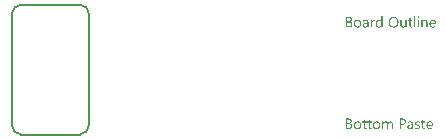
<source format=gbp>
G04*
G04 #@! TF.GenerationSoftware,Altium Limited,Altium Designer,21.9.2 (33)*
G04*
G04 Layer_Color=128*
%FSAX25Y25*%
%MOIN*%
G70*
G04*
G04 #@! TF.SameCoordinates,076CCB32-9F76-40D1-A627-3FF0FC58CD4E*
G04*
G04*
G04 #@! TF.FilePolarity,Positive*
G04*
G01*
G75*
%ADD10C,0.00787*%
G36*
X0122595Y0017700D02*
X0122623Y0017694D01*
X0122651Y0017684D01*
X0122682Y0017669D01*
X0122713Y0017650D01*
X0122743Y0017626D01*
X0122747Y0017623D01*
X0122756Y0017613D01*
X0122768Y0017598D01*
X0122784Y0017576D01*
X0122796Y0017548D01*
X0122808Y0017517D01*
X0122818Y0017480D01*
X0122821Y0017440D01*
Y0017434D01*
Y0017422D01*
X0122818Y0017403D01*
X0122811Y0017375D01*
X0122802Y0017348D01*
X0122787Y0017317D01*
X0122768Y0017286D01*
X0122743Y0017255D01*
X0122740Y0017252D01*
X0122731Y0017243D01*
X0122713Y0017230D01*
X0122691Y0017218D01*
X0122663Y0017205D01*
X0122632Y0017193D01*
X0122598Y0017184D01*
X0122558Y0017181D01*
X0122540D01*
X0122521Y0017184D01*
X0122493Y0017190D01*
X0122465Y0017199D01*
X0122434Y0017212D01*
X0122404Y0017227D01*
X0122373Y0017252D01*
X0122370Y0017255D01*
X0122360Y0017264D01*
X0122348Y0017283D01*
X0122336Y0017304D01*
X0122323Y0017329D01*
X0122311Y0017363D01*
X0122302Y0017400D01*
X0122299Y0017440D01*
Y0017446D01*
Y0017459D01*
X0122302Y0017480D01*
X0122308Y0017505D01*
X0122317Y0017536D01*
X0122329Y0017567D01*
X0122348Y0017598D01*
X0122373Y0017626D01*
X0122376Y0017629D01*
X0122385Y0017638D01*
X0122404Y0017650D01*
X0122425Y0017666D01*
X0122453Y0017678D01*
X0122484Y0017691D01*
X0122518Y0017700D01*
X0122558Y0017703D01*
X0122577D01*
X0122595Y0017700D01*
D02*
G37*
G36*
X0110628Y0014035D02*
X0110226D01*
Y0014458D01*
X0110217D01*
X0110213Y0014452D01*
X0110204Y0014437D01*
X0110186Y0014415D01*
X0110164Y0014384D01*
X0110133Y0014347D01*
X0110099Y0014307D01*
X0110056Y0014264D01*
X0110003Y0014217D01*
X0109948Y0014171D01*
X0109883Y0014128D01*
X0109812Y0014088D01*
X0109735Y0014051D01*
X0109651Y0014020D01*
X0109558Y0013998D01*
X0109460Y0013983D01*
X0109354Y0013976D01*
X0109333D01*
X0109308Y0013980D01*
X0109277Y0013983D01*
X0109237Y0013986D01*
X0109191Y0013995D01*
X0109138Y0014004D01*
X0109083Y0014020D01*
X0109024Y0014035D01*
X0108962Y0014060D01*
X0108900Y0014085D01*
X0108835Y0014119D01*
X0108774Y0014156D01*
X0108712Y0014202D01*
X0108653Y0014254D01*
X0108598Y0014313D01*
X0108594Y0014316D01*
X0108585Y0014329D01*
X0108573Y0014347D01*
X0108554Y0014375D01*
X0108533Y0014409D01*
X0108508Y0014449D01*
X0108483Y0014499D01*
X0108458Y0014554D01*
X0108431Y0014616D01*
X0108406Y0014684D01*
X0108381Y0014761D01*
X0108360Y0014842D01*
X0108341Y0014928D01*
X0108329Y0015024D01*
X0108319Y0015123D01*
X0108316Y0015228D01*
Y0015231D01*
Y0015234D01*
Y0015243D01*
Y0015256D01*
X0108319Y0015286D01*
X0108323Y0015330D01*
X0108326Y0015385D01*
X0108332Y0015444D01*
X0108341Y0015512D01*
X0108356Y0015586D01*
X0108372Y0015664D01*
X0108394Y0015747D01*
X0108418Y0015827D01*
X0108449Y0015914D01*
X0108483Y0015994D01*
X0108526Y0016074D01*
X0108573Y0016152D01*
X0108628Y0016226D01*
X0108632Y0016229D01*
X0108644Y0016241D01*
X0108662Y0016260D01*
X0108687Y0016285D01*
X0108718Y0016312D01*
X0108755Y0016346D01*
X0108801Y0016380D01*
X0108851Y0016414D01*
X0108910Y0016448D01*
X0108971Y0016482D01*
X0109039Y0016516D01*
X0109114Y0016544D01*
X0109194Y0016569D01*
X0109280Y0016587D01*
X0109370Y0016600D01*
X0109466Y0016603D01*
X0109487D01*
X0109515Y0016600D01*
X0109549Y0016597D01*
X0109592Y0016590D01*
X0109642Y0016581D01*
X0109694Y0016569D01*
X0109753Y0016553D01*
X0109815Y0016532D01*
X0109877Y0016504D01*
X0109939Y0016470D01*
X0110000Y0016430D01*
X0110059Y0016384D01*
X0110118Y0016331D01*
X0110170Y0016266D01*
X0110217Y0016195D01*
X0110226D01*
Y0017749D01*
X0110628D01*
Y0014035D01*
D02*
G37*
G36*
X0124842Y0016600D02*
X0124869D01*
X0124903Y0016594D01*
X0124944Y0016587D01*
X0124987Y0016581D01*
X0125033Y0016569D01*
X0125083Y0016556D01*
X0125135Y0016538D01*
X0125188Y0016516D01*
X0125240Y0016489D01*
X0125290Y0016458D01*
X0125339Y0016424D01*
X0125385Y0016380D01*
X0125429Y0016334D01*
X0125432Y0016331D01*
X0125438Y0016322D01*
X0125450Y0016306D01*
X0125463Y0016285D01*
X0125478Y0016257D01*
X0125497Y0016223D01*
X0125518Y0016183D01*
X0125540Y0016139D01*
X0125558Y0016087D01*
X0125580Y0016031D01*
X0125599Y0015966D01*
X0125614Y0015898D01*
X0125627Y0015824D01*
X0125639Y0015744D01*
X0125645Y0015660D01*
X0125648Y0015568D01*
Y0014035D01*
X0125246D01*
Y0015466D01*
Y0015469D01*
Y0015475D01*
Y0015484D01*
Y0015500D01*
X0125243Y0015518D01*
Y0015540D01*
X0125237Y0015589D01*
X0125228Y0015651D01*
X0125215Y0015719D01*
X0125197Y0015790D01*
X0125172Y0015864D01*
X0125141Y0015938D01*
X0125104Y0016010D01*
X0125058Y0016078D01*
X0124999Y0016139D01*
X0124934Y0016189D01*
X0124897Y0016210D01*
X0124854Y0016229D01*
X0124811Y0016244D01*
X0124764Y0016254D01*
X0124715Y0016260D01*
X0124662Y0016263D01*
X0124635D01*
X0124613Y0016260D01*
X0124588Y0016257D01*
X0124557Y0016251D01*
X0124523Y0016244D01*
X0124489Y0016235D01*
X0124449Y0016223D01*
X0124409Y0016207D01*
X0124369Y0016189D01*
X0124326Y0016167D01*
X0124285Y0016139D01*
X0124242Y0016108D01*
X0124202Y0016074D01*
X0124165Y0016034D01*
X0124162Y0016031D01*
X0124156Y0016025D01*
X0124146Y0016013D01*
X0124134Y0015994D01*
X0124118Y0015972D01*
X0124103Y0015945D01*
X0124084Y0015914D01*
X0124066Y0015880D01*
X0124048Y0015840D01*
X0124029Y0015796D01*
X0124013Y0015750D01*
X0123998Y0015701D01*
X0123986Y0015645D01*
X0123976Y0015589D01*
X0123970Y0015528D01*
X0123967Y0015466D01*
Y0014035D01*
X0123565D01*
Y0016544D01*
X0123967D01*
Y0016127D01*
X0123976D01*
X0123979Y0016133D01*
X0123989Y0016149D01*
X0124007Y0016170D01*
X0124029Y0016201D01*
X0124060Y0016238D01*
X0124094Y0016278D01*
X0124137Y0016322D01*
X0124187Y0016365D01*
X0124242Y0016408D01*
X0124304Y0016452D01*
X0124372Y0016492D01*
X0124443Y0016529D01*
X0124523Y0016560D01*
X0124610Y0016581D01*
X0124703Y0016597D01*
X0124801Y0016603D01*
X0124820D01*
X0124842Y0016600D01*
D02*
G37*
G36*
X0107865Y0016584D02*
X0107899D01*
X0107936Y0016578D01*
X0107976Y0016572D01*
X0108017Y0016566D01*
X0108051Y0016553D01*
Y0016136D01*
X0108044Y0016139D01*
X0108032Y0016149D01*
X0108007Y0016161D01*
X0107973Y0016176D01*
X0107927Y0016192D01*
X0107878Y0016204D01*
X0107816Y0016214D01*
X0107745Y0016217D01*
X0107720D01*
X0107701Y0016214D01*
X0107680Y0016210D01*
X0107655Y0016204D01*
X0107596Y0016186D01*
X0107562Y0016173D01*
X0107528Y0016158D01*
X0107491Y0016136D01*
X0107454Y0016115D01*
X0107420Y0016087D01*
X0107383Y0016053D01*
X0107349Y0016016D01*
X0107315Y0015972D01*
X0107312Y0015969D01*
X0107309Y0015960D01*
X0107300Y0015948D01*
X0107287Y0015929D01*
X0107275Y0015904D01*
X0107260Y0015874D01*
X0107244Y0015840D01*
X0107229Y0015800D01*
X0107213Y0015756D01*
X0107198Y0015707D01*
X0107182Y0015651D01*
X0107170Y0015592D01*
X0107158Y0015528D01*
X0107148Y0015460D01*
X0107145Y0015389D01*
X0107142Y0015311D01*
Y0014035D01*
X0106740D01*
Y0016544D01*
X0107142D01*
Y0016025D01*
X0107151D01*
Y0016028D01*
X0107154Y0016037D01*
X0107161Y0016050D01*
X0107167Y0016068D01*
X0107176Y0016090D01*
X0107188Y0016118D01*
X0107216Y0016176D01*
X0107253Y0016244D01*
X0107300Y0016312D01*
X0107352Y0016377D01*
X0107414Y0016439D01*
X0107417Y0016442D01*
X0107423Y0016445D01*
X0107432Y0016452D01*
X0107445Y0016464D01*
X0107460Y0016473D01*
X0107482Y0016486D01*
X0107528Y0016513D01*
X0107587Y0016541D01*
X0107655Y0016566D01*
X0107729Y0016581D01*
X0107769Y0016584D01*
X0107809Y0016587D01*
X0107834D01*
X0107865Y0016584D01*
D02*
G37*
G36*
X0118628Y0014035D02*
X0118226D01*
Y0014431D01*
X0118217D01*
X0118214Y0014424D01*
X0118204Y0014412D01*
X0118189Y0014387D01*
X0118170Y0014359D01*
X0118142Y0014326D01*
X0118108Y0014288D01*
X0118071Y0014245D01*
X0118025Y0014205D01*
X0117976Y0014162D01*
X0117917Y0014122D01*
X0117855Y0014081D01*
X0117784Y0014048D01*
X0117707Y0014020D01*
X0117626Y0013995D01*
X0117537Y0013983D01*
X0117441Y0013976D01*
X0117419D01*
X0117404Y0013980D01*
X0117382D01*
X0117358Y0013983D01*
X0117330Y0013989D01*
X0117302Y0013992D01*
X0117234Y0014010D01*
X0117157Y0014032D01*
X0117076Y0014066D01*
X0117036Y0014088D01*
X0116993Y0014109D01*
X0116950Y0014137D01*
X0116910Y0014165D01*
X0116869Y0014199D01*
X0116829Y0014236D01*
X0116789Y0014279D01*
X0116752Y0014322D01*
X0116718Y0014372D01*
X0116684Y0014427D01*
X0116656Y0014486D01*
X0116628Y0014548D01*
X0116604Y0014616D01*
X0116582Y0014690D01*
X0116567Y0014771D01*
X0116554Y0014854D01*
X0116548Y0014947D01*
X0116545Y0015042D01*
Y0016544D01*
X0116944D01*
Y0015107D01*
Y0015104D01*
Y0015098D01*
Y0015089D01*
Y0015073D01*
X0116947Y0015055D01*
Y0015033D01*
X0116953Y0014984D01*
X0116962Y0014922D01*
X0116974Y0014857D01*
X0116996Y0014783D01*
X0117021Y0014712D01*
X0117052Y0014638D01*
X0117092Y0014563D01*
X0117141Y0014499D01*
X0117200Y0014437D01*
X0117271Y0014387D01*
X0117308Y0014366D01*
X0117351Y0014347D01*
X0117398Y0014332D01*
X0117444Y0014322D01*
X0117497Y0014316D01*
X0117552Y0014313D01*
X0117580D01*
X0117602Y0014316D01*
X0117626Y0014319D01*
X0117654Y0014326D01*
X0117688Y0014332D01*
X0117722Y0014341D01*
X0117759Y0014350D01*
X0117799Y0014366D01*
X0117840Y0014384D01*
X0117880Y0014406D01*
X0117920Y0014431D01*
X0117960Y0014458D01*
X0117997Y0014492D01*
X0118034Y0014529D01*
X0118037Y0014533D01*
X0118044Y0014539D01*
X0118053Y0014551D01*
X0118065Y0014570D01*
X0118078Y0014591D01*
X0118096Y0014616D01*
X0118112Y0014647D01*
X0118130Y0014681D01*
X0118149Y0014721D01*
X0118164Y0014764D01*
X0118183Y0014811D01*
X0118195Y0014860D01*
X0118207Y0014916D01*
X0118217Y0014971D01*
X0118223Y0015033D01*
X0118226Y0015098D01*
Y0016544D01*
X0118628D01*
Y0014035D01*
D02*
G37*
G36*
X0122753D02*
X0122351D01*
Y0016544D01*
X0122753D01*
Y0014035D01*
D02*
G37*
G36*
X0121538D02*
X0121137D01*
Y0017749D01*
X0121538D01*
Y0014035D01*
D02*
G37*
G36*
X0105137Y0016600D02*
X0105158D01*
X0105180Y0016597D01*
X0105208Y0016594D01*
X0105239Y0016587D01*
X0105304Y0016575D01*
X0105381Y0016553D01*
X0105458Y0016526D01*
X0105542Y0016486D01*
X0105625Y0016436D01*
X0105665Y0016408D01*
X0105705Y0016374D01*
X0105742Y0016337D01*
X0105779Y0016300D01*
X0105813Y0016257D01*
X0105844Y0016207D01*
X0105875Y0016158D01*
X0105903Y0016102D01*
X0105925Y0016040D01*
X0105946Y0015976D01*
X0105962Y0015908D01*
X0105974Y0015830D01*
X0105980Y0015753D01*
X0105983Y0015667D01*
Y0014035D01*
X0105582D01*
Y0014424D01*
X0105572D01*
X0105569Y0014418D01*
X0105560Y0014406D01*
X0105545Y0014384D01*
X0105523Y0014353D01*
X0105495Y0014319D01*
X0105461Y0014282D01*
X0105424Y0014242D01*
X0105378Y0014202D01*
X0105325Y0014159D01*
X0105270Y0014119D01*
X0105205Y0014081D01*
X0105137Y0014048D01*
X0105059Y0014017D01*
X0104979Y0013995D01*
X0104893Y0013983D01*
X0104800Y0013976D01*
X0104763D01*
X0104738Y0013980D01*
X0104707Y0013983D01*
X0104670Y0013986D01*
X0104630Y0013992D01*
X0104587Y0014001D01*
X0104491Y0014026D01*
X0104445Y0014041D01*
X0104395Y0014060D01*
X0104346Y0014081D01*
X0104299Y0014109D01*
X0104256Y0014140D01*
X0104213Y0014174D01*
X0104210Y0014177D01*
X0104203Y0014183D01*
X0104194Y0014196D01*
X0104179Y0014211D01*
X0104163Y0014230D01*
X0104148Y0014254D01*
X0104126Y0014282D01*
X0104108Y0014313D01*
X0104089Y0014350D01*
X0104071Y0014390D01*
X0104052Y0014434D01*
X0104037Y0014480D01*
X0104021Y0014529D01*
X0104012Y0014582D01*
X0104006Y0014641D01*
X0104003Y0014699D01*
Y0014703D01*
Y0014709D01*
Y0014718D01*
X0104006Y0014730D01*
Y0014746D01*
X0104009Y0014764D01*
X0104015Y0014811D01*
X0104027Y0014866D01*
X0104046Y0014928D01*
X0104071Y0014996D01*
X0104108Y0015067D01*
X0104151Y0015138D01*
X0104203Y0015209D01*
X0104237Y0015243D01*
X0104271Y0015277D01*
X0104312Y0015311D01*
X0104352Y0015342D01*
X0104398Y0015373D01*
X0104448Y0015401D01*
X0104500Y0015426D01*
X0104559Y0015450D01*
X0104621Y0015472D01*
X0104685Y0015491D01*
X0104757Y0015506D01*
X0104831Y0015518D01*
X0105582Y0015623D01*
Y0015626D01*
Y0015630D01*
Y0015639D01*
Y0015651D01*
X0105578Y0015682D01*
X0105572Y0015722D01*
X0105566Y0015772D01*
X0105554Y0015827D01*
X0105538Y0015883D01*
X0105517Y0015945D01*
X0105489Y0016003D01*
X0105455Y0016062D01*
X0105415Y0016115D01*
X0105365Y0016164D01*
X0105304Y0016204D01*
X0105236Y0016235D01*
X0105199Y0016248D01*
X0105155Y0016257D01*
X0105112Y0016260D01*
X0105066Y0016263D01*
X0105044D01*
X0105022Y0016260D01*
X0104988Y0016257D01*
X0104948Y0016254D01*
X0104902Y0016248D01*
X0104849Y0016238D01*
X0104794Y0016226D01*
X0104732Y0016207D01*
X0104667Y0016189D01*
X0104599Y0016164D01*
X0104528Y0016133D01*
X0104457Y0016096D01*
X0104386Y0016056D01*
X0104315Y0016010D01*
X0104247Y0015954D01*
Y0016365D01*
X0104250Y0016368D01*
X0104262Y0016374D01*
X0104284Y0016387D01*
X0104312Y0016402D01*
X0104349Y0016421D01*
X0104389Y0016439D01*
X0104438Y0016461D01*
X0104494Y0016486D01*
X0104553Y0016507D01*
X0104618Y0016529D01*
X0104689Y0016547D01*
X0104763Y0016566D01*
X0104843Y0016581D01*
X0104923Y0016594D01*
X0105010Y0016600D01*
X0105100Y0016603D01*
X0105121D01*
X0105137Y0016600D01*
D02*
G37*
G36*
X0099501Y0017545D02*
X0099538Y0017542D01*
X0099581Y0017536D01*
X0099630Y0017530D01*
X0099686Y0017521D01*
X0099742Y0017508D01*
X0099800Y0017493D01*
X0099862Y0017474D01*
X0099921Y0017453D01*
X0099983Y0017428D01*
X0100038Y0017397D01*
X0100094Y0017363D01*
X0100146Y0017323D01*
X0100149Y0017320D01*
X0100159Y0017314D01*
X0100171Y0017301D01*
X0100187Y0017283D01*
X0100208Y0017261D01*
X0100230Y0017233D01*
X0100254Y0017202D01*
X0100279Y0017168D01*
X0100304Y0017128D01*
X0100329Y0017085D01*
X0100350Y0017036D01*
X0100372Y0016986D01*
X0100387Y0016930D01*
X0100400Y0016872D01*
X0100409Y0016810D01*
X0100412Y0016745D01*
Y0016742D01*
Y0016733D01*
Y0016717D01*
X0100409Y0016696D01*
X0100406Y0016668D01*
X0100403Y0016640D01*
X0100400Y0016606D01*
X0100393Y0016569D01*
X0100372Y0016486D01*
X0100344Y0016399D01*
X0100326Y0016353D01*
X0100304Y0016309D01*
X0100279Y0016266D01*
X0100251Y0016223D01*
X0100248Y0016220D01*
X0100245Y0016214D01*
X0100236Y0016201D01*
X0100221Y0016186D01*
X0100205Y0016170D01*
X0100187Y0016149D01*
X0100162Y0016127D01*
X0100137Y0016102D01*
X0100106Y0016078D01*
X0100072Y0016050D01*
X0100035Y0016025D01*
X0099995Y0015997D01*
X0099952Y0015972D01*
X0099908Y0015951D01*
X0099806Y0015911D01*
Y0015901D01*
X0099809D01*
X0099822Y0015898D01*
X0099840Y0015895D01*
X0099865Y0015892D01*
X0099896Y0015886D01*
X0099930Y0015877D01*
X0099970Y0015864D01*
X0100010Y0015852D01*
X0100100Y0015818D01*
X0100149Y0015796D01*
X0100196Y0015769D01*
X0100242Y0015741D01*
X0100288Y0015710D01*
X0100335Y0015673D01*
X0100375Y0015633D01*
X0100378Y0015630D01*
X0100384Y0015623D01*
X0100393Y0015611D01*
X0100409Y0015592D01*
X0100424Y0015568D01*
X0100443Y0015543D01*
X0100461Y0015509D01*
X0100483Y0015475D01*
X0100502Y0015435D01*
X0100520Y0015389D01*
X0100539Y0015342D01*
X0100554Y0015290D01*
X0100570Y0015231D01*
X0100579Y0015172D01*
X0100585Y0015110D01*
X0100588Y0015042D01*
Y0015036D01*
Y0015024D01*
X0100585Y0014999D01*
X0100582Y0014968D01*
X0100579Y0014928D01*
X0100570Y0014885D01*
X0100560Y0014835D01*
X0100548Y0014783D01*
X0100530Y0014724D01*
X0100508Y0014665D01*
X0100483Y0014607D01*
X0100452Y0014545D01*
X0100415Y0014483D01*
X0100372Y0014424D01*
X0100322Y0014369D01*
X0100264Y0014313D01*
X0100261Y0014310D01*
X0100248Y0014301D01*
X0100230Y0014288D01*
X0100205Y0014270D01*
X0100174Y0014248D01*
X0100134Y0014227D01*
X0100091Y0014199D01*
X0100041Y0014174D01*
X0099983Y0014149D01*
X0099921Y0014125D01*
X0099856Y0014100D01*
X0099782Y0014078D01*
X0099704Y0014060D01*
X0099624Y0014048D01*
X0099538Y0014038D01*
X0099448Y0014035D01*
X0098425D01*
Y0017548D01*
X0099467D01*
X0099501Y0017545D01*
D02*
G37*
G36*
X0119969Y0016544D02*
X0120602D01*
Y0016198D01*
X0119969D01*
Y0014786D01*
Y0014783D01*
Y0014774D01*
Y0014761D01*
Y0014746D01*
X0119972Y0014724D01*
X0119975Y0014699D01*
X0119981Y0014647D01*
X0119990Y0014585D01*
X0120006Y0014526D01*
X0120027Y0014471D01*
X0120040Y0014446D01*
X0120055Y0014424D01*
X0120058Y0014421D01*
X0120071Y0014409D01*
X0120092Y0014390D01*
X0120123Y0014372D01*
X0120163Y0014350D01*
X0120213Y0014335D01*
X0120272Y0014322D01*
X0120340Y0014316D01*
X0120364D01*
X0120392Y0014319D01*
X0120429Y0014326D01*
X0120469Y0014338D01*
X0120516Y0014350D01*
X0120559Y0014372D01*
X0120602Y0014400D01*
Y0014057D01*
X0120599D01*
X0120596Y0014054D01*
X0120587Y0014051D01*
X0120577Y0014044D01*
X0120543Y0014032D01*
X0120503Y0014020D01*
X0120448Y0014007D01*
X0120383Y0013995D01*
X0120309Y0013986D01*
X0120225Y0013983D01*
X0120197D01*
X0120163Y0013989D01*
X0120123Y0013995D01*
X0120074Y0014004D01*
X0120018Y0014023D01*
X0119956Y0014044D01*
X0119898Y0014075D01*
X0119836Y0014112D01*
X0119774Y0014162D01*
X0119718Y0014220D01*
X0119694Y0014254D01*
X0119669Y0014292D01*
X0119647Y0014332D01*
X0119629Y0014375D01*
X0119610Y0014421D01*
X0119595Y0014474D01*
X0119582Y0014526D01*
X0119573Y0014585D01*
X0119570Y0014647D01*
X0119567Y0014715D01*
Y0016198D01*
X0119138D01*
Y0016544D01*
X0119567D01*
Y0017156D01*
X0119969Y0017286D01*
Y0016544D01*
D02*
G37*
G36*
X0127437Y0016600D02*
X0127471Y0016597D01*
X0127515Y0016594D01*
X0127561Y0016587D01*
X0127613Y0016575D01*
X0127669Y0016563D01*
X0127731Y0016547D01*
X0127793Y0016526D01*
X0127854Y0016498D01*
X0127919Y0016467D01*
X0127981Y0016430D01*
X0128040Y0016387D01*
X0128098Y0016337D01*
X0128151Y0016282D01*
X0128154Y0016278D01*
X0128163Y0016266D01*
X0128176Y0016248D01*
X0128194Y0016223D01*
X0128213Y0016192D01*
X0128237Y0016152D01*
X0128262Y0016105D01*
X0128287Y0016053D01*
X0128312Y0015991D01*
X0128336Y0015926D01*
X0128361Y0015852D01*
X0128380Y0015775D01*
X0128398Y0015688D01*
X0128410Y0015599D01*
X0128420Y0015500D01*
X0128423Y0015398D01*
Y0015188D01*
X0126649D01*
Y0015181D01*
Y0015169D01*
X0126652Y0015147D01*
X0126655Y0015120D01*
X0126658Y0015083D01*
X0126665Y0015042D01*
X0126671Y0014999D01*
X0126683Y0014950D01*
X0126711Y0014845D01*
X0126730Y0014792D01*
X0126751Y0014737D01*
X0126776Y0014684D01*
X0126804Y0014631D01*
X0126838Y0014585D01*
X0126875Y0014539D01*
X0126878Y0014536D01*
X0126884Y0014529D01*
X0126897Y0014517D01*
X0126915Y0014505D01*
X0126937Y0014486D01*
X0126964Y0014468D01*
X0126995Y0014446D01*
X0127029Y0014427D01*
X0127069Y0014406D01*
X0127116Y0014384D01*
X0127162Y0014366D01*
X0127218Y0014347D01*
X0127273Y0014335D01*
X0127335Y0014322D01*
X0127400Y0014316D01*
X0127468Y0014313D01*
X0127487D01*
X0127508Y0014316D01*
X0127539D01*
X0127576Y0014322D01*
X0127620Y0014329D01*
X0127669Y0014338D01*
X0127725Y0014347D01*
X0127783Y0014363D01*
X0127845Y0014381D01*
X0127910Y0014403D01*
X0127975Y0014431D01*
X0128043Y0014461D01*
X0128111Y0014499D01*
X0128179Y0014542D01*
X0128247Y0014591D01*
Y0014214D01*
X0128244Y0014211D01*
X0128231Y0014205D01*
X0128213Y0014193D01*
X0128188Y0014177D01*
X0128154Y0014159D01*
X0128114Y0014140D01*
X0128068Y0014119D01*
X0128015Y0014097D01*
X0127953Y0014072D01*
X0127888Y0014051D01*
X0127817Y0014032D01*
X0127740Y0014014D01*
X0127657Y0013998D01*
X0127567Y0013986D01*
X0127471Y0013980D01*
X0127372Y0013976D01*
X0127348D01*
X0127323Y0013980D01*
X0127286Y0013983D01*
X0127239Y0013986D01*
X0127187Y0013995D01*
X0127131Y0014004D01*
X0127069Y0014020D01*
X0127005Y0014038D01*
X0126937Y0014060D01*
X0126866Y0014088D01*
X0126798Y0014119D01*
X0126726Y0014159D01*
X0126662Y0014205D01*
X0126597Y0014258D01*
X0126538Y0014316D01*
X0126535Y0014319D01*
X0126526Y0014332D01*
X0126510Y0014353D01*
X0126492Y0014381D01*
X0126467Y0014415D01*
X0126442Y0014458D01*
X0126414Y0014508D01*
X0126387Y0014567D01*
X0126359Y0014628D01*
X0126331Y0014703D01*
X0126306Y0014780D01*
X0126281Y0014866D01*
X0126263Y0014959D01*
X0126248Y0015058D01*
X0126238Y0015166D01*
X0126235Y0015277D01*
Y0015280D01*
Y0015283D01*
Y0015293D01*
Y0015302D01*
X0126238Y0015333D01*
X0126241Y0015376D01*
X0126244Y0015426D01*
X0126254Y0015481D01*
X0126263Y0015546D01*
X0126275Y0015617D01*
X0126294Y0015691D01*
X0126315Y0015769D01*
X0126343Y0015849D01*
X0126374Y0015929D01*
X0126411Y0016006D01*
X0126458Y0016087D01*
X0126507Y0016161D01*
X0126566Y0016232D01*
X0126569Y0016235D01*
X0126581Y0016248D01*
X0126600Y0016266D01*
X0126625Y0016291D01*
X0126658Y0016319D01*
X0126699Y0016350D01*
X0126742Y0016384D01*
X0126795Y0016418D01*
X0126850Y0016452D01*
X0126915Y0016486D01*
X0126983Y0016516D01*
X0127054Y0016544D01*
X0127131Y0016569D01*
X0127215Y0016587D01*
X0127301Y0016600D01*
X0127391Y0016603D01*
X0127412D01*
X0127437Y0016600D01*
D02*
G37*
G36*
X0114394Y0017604D02*
X0114416D01*
X0114438Y0017601D01*
X0114465D01*
X0114527Y0017592D01*
X0114598Y0017582D01*
X0114679Y0017567D01*
X0114765Y0017545D01*
X0114855Y0017521D01*
X0114951Y0017487D01*
X0115046Y0017446D01*
X0115145Y0017400D01*
X0115244Y0017345D01*
X0115337Y0017280D01*
X0115429Y0017202D01*
X0115516Y0017116D01*
X0115522Y0017110D01*
X0115534Y0017094D01*
X0115556Y0017066D01*
X0115587Y0017026D01*
X0115618Y0016977D01*
X0115658Y0016918D01*
X0115698Y0016850D01*
X0115738Y0016773D01*
X0115779Y0016683D01*
X0115819Y0016587D01*
X0115859Y0016482D01*
X0115893Y0016368D01*
X0115921Y0016244D01*
X0115942Y0016115D01*
X0115955Y0015979D01*
X0115961Y0015834D01*
Y0015830D01*
Y0015824D01*
Y0015812D01*
Y0015796D01*
X0115958Y0015775D01*
Y0015750D01*
X0115955Y0015722D01*
Y0015691D01*
X0115952Y0015657D01*
X0115949Y0015620D01*
X0115936Y0015537D01*
X0115924Y0015441D01*
X0115905Y0015342D01*
X0115881Y0015234D01*
X0115850Y0015123D01*
X0115813Y0015011D01*
X0115769Y0014897D01*
X0115717Y0014786D01*
X0115655Y0014675D01*
X0115584Y0014573D01*
X0115504Y0014474D01*
X0115497Y0014468D01*
X0115482Y0014452D01*
X0115457Y0014427D01*
X0115420Y0014397D01*
X0115374Y0014359D01*
X0115318Y0014316D01*
X0115256Y0014273D01*
X0115182Y0014227D01*
X0115099Y0014180D01*
X0115006Y0014134D01*
X0114907Y0014091D01*
X0114799Y0014054D01*
X0114682Y0014023D01*
X0114558Y0013998D01*
X0114425Y0013983D01*
X0114286Y0013976D01*
X0114252D01*
X0114237Y0013980D01*
X0114215D01*
X0114190Y0013983D01*
X0114163Y0013986D01*
X0114098Y0013992D01*
X0114027Y0014001D01*
X0113943Y0014017D01*
X0113857Y0014038D01*
X0113761Y0014063D01*
X0113665Y0014097D01*
X0113566Y0014137D01*
X0113464Y0014183D01*
X0113365Y0014239D01*
X0113270Y0014307D01*
X0113174Y0014381D01*
X0113087Y0014468D01*
X0113081Y0014474D01*
X0113069Y0014489D01*
X0113047Y0014517D01*
X0113016Y0014557D01*
X0112982Y0014607D01*
X0112945Y0014665D01*
X0112905Y0014733D01*
X0112865Y0014814D01*
X0112821Y0014900D01*
X0112781Y0014996D01*
X0112744Y0015101D01*
X0112710Y0015215D01*
X0112679Y0015339D01*
X0112658Y0015469D01*
X0112645Y0015605D01*
X0112639Y0015750D01*
Y0015753D01*
Y0015759D01*
Y0015772D01*
Y0015787D01*
X0112642Y0015809D01*
Y0015830D01*
X0112645Y0015858D01*
Y0015889D01*
X0112648Y0015923D01*
X0112655Y0015963D01*
X0112664Y0016044D01*
X0112676Y0016136D01*
X0112698Y0016235D01*
X0112720Y0016343D01*
X0112750Y0016452D01*
X0112787Y0016563D01*
X0112831Y0016677D01*
X0112883Y0016788D01*
X0112945Y0016896D01*
X0113016Y0017002D01*
X0113096Y0017100D01*
X0113103Y0017107D01*
X0113118Y0017122D01*
X0113143Y0017147D01*
X0113180Y0017181D01*
X0113226Y0017218D01*
X0113285Y0017261D01*
X0113350Y0017307D01*
X0113424Y0017354D01*
X0113511Y0017400D01*
X0113603Y0017446D01*
X0113705Y0017490D01*
X0113816Y0017527D01*
X0113937Y0017561D01*
X0114064Y0017585D01*
X0114200Y0017601D01*
X0114345Y0017607D01*
X0114376D01*
X0114394Y0017604D01*
D02*
G37*
G36*
X0102408Y0016600D02*
X0102448Y0016597D01*
X0102495Y0016594D01*
X0102550Y0016584D01*
X0102609Y0016575D01*
X0102674Y0016560D01*
X0102745Y0016541D01*
X0102816Y0016520D01*
X0102887Y0016492D01*
X0102961Y0016458D01*
X0103032Y0016418D01*
X0103103Y0016371D01*
X0103168Y0016319D01*
X0103230Y0016257D01*
X0103233Y0016254D01*
X0103243Y0016241D01*
X0103258Y0016220D01*
X0103280Y0016192D01*
X0103304Y0016158D01*
X0103329Y0016115D01*
X0103360Y0016065D01*
X0103388Y0016006D01*
X0103419Y0015942D01*
X0103446Y0015871D01*
X0103471Y0015793D01*
X0103496Y0015707D01*
X0103517Y0015614D01*
X0103533Y0015515D01*
X0103542Y0015410D01*
X0103545Y0015299D01*
Y0015296D01*
Y0015293D01*
Y0015283D01*
Y0015271D01*
X0103542Y0015240D01*
X0103539Y0015200D01*
X0103536Y0015147D01*
X0103527Y0015089D01*
X0103517Y0015024D01*
X0103502Y0014953D01*
X0103483Y0014879D01*
X0103462Y0014798D01*
X0103434Y0014718D01*
X0103403Y0014638D01*
X0103363Y0014557D01*
X0103317Y0014480D01*
X0103264Y0014406D01*
X0103205Y0014335D01*
X0103202Y0014332D01*
X0103190Y0014319D01*
X0103171Y0014301D01*
X0103144Y0014279D01*
X0103110Y0014251D01*
X0103069Y0014220D01*
X0103020Y0014190D01*
X0102964Y0014156D01*
X0102903Y0014122D01*
X0102835Y0014091D01*
X0102761Y0014060D01*
X0102680Y0014032D01*
X0102591Y0014010D01*
X0102498Y0013992D01*
X0102402Y0013980D01*
X0102297Y0013976D01*
X0102272D01*
X0102244Y0013980D01*
X0102204Y0013983D01*
X0102158Y0013986D01*
X0102102Y0013995D01*
X0102044Y0014004D01*
X0101979Y0014020D01*
X0101908Y0014038D01*
X0101837Y0014063D01*
X0101762Y0014091D01*
X0101688Y0014125D01*
X0101614Y0014165D01*
X0101540Y0014211D01*
X0101472Y0014264D01*
X0101407Y0014326D01*
X0101404Y0014329D01*
X0101392Y0014341D01*
X0101376Y0014363D01*
X0101355Y0014390D01*
X0101330Y0014424D01*
X0101302Y0014468D01*
X0101274Y0014517D01*
X0101243Y0014576D01*
X0101212Y0014638D01*
X0101181Y0014709D01*
X0101154Y0014786D01*
X0101129Y0014869D01*
X0101107Y0014956D01*
X0101092Y0015052D01*
X0101079Y0015154D01*
X0101076Y0015259D01*
Y0015262D01*
Y0015265D01*
Y0015274D01*
Y0015286D01*
X0101079Y0015321D01*
X0101083Y0015364D01*
X0101086Y0015416D01*
X0101095Y0015478D01*
X0101104Y0015546D01*
X0101120Y0015620D01*
X0101138Y0015698D01*
X0101160Y0015778D01*
X0101188Y0015861D01*
X0101222Y0015945D01*
X0101262Y0016025D01*
X0101305Y0016102D01*
X0101358Y0016176D01*
X0101419Y0016248D01*
X0101423Y0016251D01*
X0101435Y0016263D01*
X0101456Y0016282D01*
X0101484Y0016303D01*
X0101518Y0016331D01*
X0101561Y0016359D01*
X0101611Y0016393D01*
X0101667Y0016427D01*
X0101728Y0016458D01*
X0101799Y0016492D01*
X0101877Y0016520D01*
X0101960Y0016547D01*
X0102050Y0016569D01*
X0102146Y0016587D01*
X0102248Y0016600D01*
X0102356Y0016603D01*
X0102380D01*
X0102408Y0016600D01*
D02*
G37*
G36*
X0122459Y-0017258D02*
X0122487D01*
X0122521Y-0017262D01*
X0122558Y-0017265D01*
X0122598Y-0017271D01*
X0122691Y-0017283D01*
X0122787Y-0017305D01*
X0122889Y-0017333D01*
X0122988Y-0017370D01*
Y-0017778D01*
X0122985Y-0017774D01*
X0122975Y-0017768D01*
X0122960Y-0017762D01*
X0122938Y-0017750D01*
X0122913Y-0017734D01*
X0122882Y-0017719D01*
X0122845Y-0017703D01*
X0122805Y-0017685D01*
X0122759Y-0017670D01*
X0122713Y-0017654D01*
X0122660Y-0017639D01*
X0122604Y-0017623D01*
X0122543Y-0017611D01*
X0122481Y-0017605D01*
X0122419Y-0017598D01*
X0122351Y-0017595D01*
X0122311D01*
X0122283Y-0017598D01*
X0122252Y-0017602D01*
X0122218Y-0017608D01*
X0122147Y-0017623D01*
X0122144D01*
X0122132Y-0017626D01*
X0122116Y-0017632D01*
X0122095Y-0017642D01*
X0122045Y-0017663D01*
X0121993Y-0017694D01*
X0121990Y-0017697D01*
X0121983Y-0017703D01*
X0121971Y-0017713D01*
X0121956Y-0017725D01*
X0121922Y-0017759D01*
X0121891Y-0017805D01*
Y-0017808D01*
X0121885Y-0017818D01*
X0121881Y-0017830D01*
X0121875Y-0017849D01*
X0121869Y-0017867D01*
X0121863Y-0017892D01*
X0121860Y-0017920D01*
X0121857Y-0017948D01*
Y-0017951D01*
Y-0017963D01*
X0121860Y-0017981D01*
Y-0018006D01*
X0121866Y-0018031D01*
X0121872Y-0018059D01*
X0121878Y-0018087D01*
X0121891Y-0018114D01*
X0121894Y-0018117D01*
X0121897Y-0018127D01*
X0121906Y-0018139D01*
X0121918Y-0018155D01*
X0121934Y-0018170D01*
X0121949Y-0018192D01*
X0121996Y-0018232D01*
X0121999Y-0018235D01*
X0122008Y-0018241D01*
X0122023Y-0018250D01*
X0122042Y-0018263D01*
X0122067Y-0018275D01*
X0122095Y-0018291D01*
X0122129Y-0018309D01*
X0122163Y-0018325D01*
X0122166Y-0018328D01*
X0122181Y-0018331D01*
X0122200Y-0018340D01*
X0122228Y-0018349D01*
X0122261Y-0018365D01*
X0122299Y-0018380D01*
X0122339Y-0018396D01*
X0122385Y-0018414D01*
X0122388D01*
X0122391Y-0018417D01*
X0122400Y-0018420D01*
X0122413Y-0018423D01*
X0122444Y-0018436D01*
X0122484Y-0018454D01*
X0122530Y-0018473D01*
X0122583Y-0018495D01*
X0122635Y-0018519D01*
X0122685Y-0018544D01*
X0122688D01*
X0122691Y-0018547D01*
X0122706Y-0018556D01*
X0122731Y-0018569D01*
X0122762Y-0018587D01*
X0122799Y-0018612D01*
X0122836Y-0018637D01*
X0122873Y-0018667D01*
X0122910Y-0018698D01*
X0122913Y-0018701D01*
X0122926Y-0018714D01*
X0122941Y-0018729D01*
X0122963Y-0018754D01*
X0122985Y-0018782D01*
X0123009Y-0018816D01*
X0123031Y-0018853D01*
X0123053Y-0018893D01*
X0123056Y-0018899D01*
X0123062Y-0018912D01*
X0123068Y-0018936D01*
X0123077Y-0018967D01*
X0123087Y-0019004D01*
X0123096Y-0019048D01*
X0123099Y-0019097D01*
X0123102Y-0019153D01*
Y-0019156D01*
Y-0019162D01*
Y-0019171D01*
Y-0019184D01*
X0123099Y-0019218D01*
X0123093Y-0019264D01*
X0123080Y-0019313D01*
X0123068Y-0019369D01*
X0123046Y-0019425D01*
X0123019Y-0019477D01*
X0123015Y-0019483D01*
X0123003Y-0019499D01*
X0122985Y-0019523D01*
X0122960Y-0019557D01*
X0122929Y-0019591D01*
X0122892Y-0019632D01*
X0122849Y-0019669D01*
X0122799Y-0019706D01*
X0122793Y-0019709D01*
X0122774Y-0019721D01*
X0122747Y-0019737D01*
X0122710Y-0019755D01*
X0122663Y-0019777D01*
X0122608Y-0019798D01*
X0122549Y-0019820D01*
X0122484Y-0019839D01*
X0122481D01*
X0122475Y-0019842D01*
X0122465D01*
X0122453Y-0019845D01*
X0122438Y-0019848D01*
X0122419Y-0019851D01*
X0122373Y-0019860D01*
X0122314Y-0019870D01*
X0122252Y-0019876D01*
X0122184Y-0019879D01*
X0122110Y-0019882D01*
X0122073D01*
X0122045Y-0019879D01*
X0122011D01*
X0121974Y-0019873D01*
X0121928Y-0019870D01*
X0121881Y-0019863D01*
X0121829Y-0019854D01*
X0121776Y-0019845D01*
X0121665Y-0019820D01*
X0121551Y-0019783D01*
X0121495Y-0019758D01*
X0121440Y-0019734D01*
Y-0019304D01*
X0121443Y-0019307D01*
X0121455Y-0019313D01*
X0121474Y-0019326D01*
X0121498Y-0019341D01*
X0121529Y-0019360D01*
X0121563Y-0019381D01*
X0121606Y-0019403D01*
X0121653Y-0019425D01*
X0121705Y-0019446D01*
X0121761Y-0019468D01*
X0121820Y-0019489D01*
X0121881Y-0019508D01*
X0121949Y-0019523D01*
X0122017Y-0019536D01*
X0122088Y-0019542D01*
X0122163Y-0019545D01*
X0122184D01*
X0122212Y-0019542D01*
X0122246Y-0019539D01*
X0122286Y-0019533D01*
X0122329Y-0019526D01*
X0122379Y-0019514D01*
X0122428Y-0019502D01*
X0122475Y-0019483D01*
X0122524Y-0019459D01*
X0122567Y-0019431D01*
X0122608Y-0019397D01*
X0122642Y-0019357D01*
X0122669Y-0019310D01*
X0122685Y-0019255D01*
X0122691Y-0019224D01*
Y-0019193D01*
Y-0019190D01*
Y-0019174D01*
X0122688Y-0019156D01*
X0122685Y-0019134D01*
X0122679Y-0019106D01*
X0122672Y-0019079D01*
X0122660Y-0019051D01*
X0122645Y-0019023D01*
X0122642Y-0019020D01*
X0122635Y-0019011D01*
X0122626Y-0018998D01*
X0122614Y-0018980D01*
X0122595Y-0018961D01*
X0122577Y-0018939D01*
X0122552Y-0018921D01*
X0122524Y-0018899D01*
X0122521Y-0018896D01*
X0122512Y-0018890D01*
X0122493Y-0018881D01*
X0122472Y-0018865D01*
X0122447Y-0018850D01*
X0122416Y-0018834D01*
X0122379Y-0018819D01*
X0122342Y-0018803D01*
X0122336Y-0018800D01*
X0122323Y-0018797D01*
X0122302Y-0018788D01*
X0122274Y-0018776D01*
X0122243Y-0018760D01*
X0122203Y-0018745D01*
X0122163Y-0018729D01*
X0122119Y-0018711D01*
X0122116D01*
X0122113Y-0018708D01*
X0122104Y-0018705D01*
X0122091Y-0018698D01*
X0122061Y-0018686D01*
X0122020Y-0018671D01*
X0121974Y-0018649D01*
X0121925Y-0018627D01*
X0121875Y-0018603D01*
X0121826Y-0018578D01*
X0121820Y-0018575D01*
X0121804Y-0018565D01*
X0121783Y-0018553D01*
X0121752Y-0018535D01*
X0121718Y-0018510D01*
X0121684Y-0018485D01*
X0121646Y-0018457D01*
X0121613Y-0018427D01*
X0121609Y-0018423D01*
X0121600Y-0018411D01*
X0121585Y-0018396D01*
X0121566Y-0018371D01*
X0121545Y-0018343D01*
X0121523Y-0018309D01*
X0121504Y-0018275D01*
X0121486Y-0018235D01*
X0121483Y-0018229D01*
X0121480Y-0018216D01*
X0121474Y-0018192D01*
X0121467Y-0018164D01*
X0121458Y-0018127D01*
X0121452Y-0018083D01*
X0121449Y-0018034D01*
X0121446Y-0017981D01*
Y-0017978D01*
Y-0017972D01*
Y-0017963D01*
Y-0017951D01*
X0121449Y-0017920D01*
X0121455Y-0017876D01*
X0121464Y-0017827D01*
X0121480Y-0017774D01*
X0121498Y-0017722D01*
X0121526Y-0017670D01*
Y-0017666D01*
X0121529Y-0017663D01*
X0121542Y-0017648D01*
X0121560Y-0017623D01*
X0121582Y-0017589D01*
X0121613Y-0017555D01*
X0121650Y-0017518D01*
X0121693Y-0017478D01*
X0121739Y-0017444D01*
X0121742D01*
X0121745Y-0017441D01*
X0121764Y-0017428D01*
X0121792Y-0017413D01*
X0121829Y-0017391D01*
X0121875Y-0017370D01*
X0121928Y-0017345D01*
X0121986Y-0017323D01*
X0122048Y-0017305D01*
X0122051D01*
X0122057Y-0017302D01*
X0122067Y-0017299D01*
X0122079Y-0017296D01*
X0122095Y-0017292D01*
X0122113Y-0017289D01*
X0122156Y-0017280D01*
X0122212Y-0017271D01*
X0122271Y-0017262D01*
X0122336Y-0017258D01*
X0122404Y-0017255D01*
X0122434D01*
X0122459Y-0017258D01*
D02*
G37*
G36*
X0113301D02*
X0113319D01*
X0113341Y-0017262D01*
X0113393Y-0017271D01*
X0113455Y-0017286D01*
X0113526Y-0017308D01*
X0113600Y-0017342D01*
X0113677Y-0017382D01*
X0113718Y-0017410D01*
X0113755Y-0017438D01*
X0113792Y-0017469D01*
X0113829Y-0017506D01*
X0113866Y-0017546D01*
X0113900Y-0017589D01*
X0113931Y-0017636D01*
X0113962Y-0017688D01*
X0113989Y-0017744D01*
X0114014Y-0017805D01*
X0114036Y-0017870D01*
X0114058Y-0017941D01*
X0114070Y-0018015D01*
X0114082Y-0018099D01*
X0114088Y-0018185D01*
X0114092Y-0018278D01*
Y-0019823D01*
X0113690D01*
Y-0018383D01*
Y-0018377D01*
Y-0018365D01*
Y-0018343D01*
X0113687Y-0018315D01*
Y-0018281D01*
X0113684Y-0018241D01*
X0113681Y-0018198D01*
X0113674Y-0018151D01*
X0113659Y-0018053D01*
X0113634Y-0017954D01*
X0113622Y-0017904D01*
X0113603Y-0017861D01*
X0113582Y-0017818D01*
X0113560Y-0017781D01*
Y-0017778D01*
X0113554Y-0017771D01*
X0113548Y-0017762D01*
X0113535Y-0017753D01*
X0113523Y-0017737D01*
X0113504Y-0017722D01*
X0113483Y-0017706D01*
X0113458Y-0017688D01*
X0113430Y-0017670D01*
X0113399Y-0017654D01*
X0113362Y-0017639D01*
X0113325Y-0017623D01*
X0113282Y-0017614D01*
X0113233Y-0017605D01*
X0113183Y-0017598D01*
X0113127Y-0017595D01*
X0113103D01*
X0113084Y-0017598D01*
X0113063Y-0017602D01*
X0113038Y-0017608D01*
X0112976Y-0017623D01*
X0112942Y-0017636D01*
X0112908Y-0017654D01*
X0112871Y-0017673D01*
X0112837Y-0017694D01*
X0112800Y-0017722D01*
X0112763Y-0017753D01*
X0112726Y-0017790D01*
X0112692Y-0017830D01*
X0112689Y-0017833D01*
X0112686Y-0017839D01*
X0112676Y-0017855D01*
X0112664Y-0017870D01*
X0112652Y-0017895D01*
X0112636Y-0017923D01*
X0112618Y-0017954D01*
X0112602Y-0017988D01*
X0112587Y-0018028D01*
X0112568Y-0018071D01*
X0112553Y-0018117D01*
X0112540Y-0018167D01*
X0112528Y-0018219D01*
X0112522Y-0018275D01*
X0112516Y-0018331D01*
X0112513Y-0018393D01*
Y-0019823D01*
X0112111D01*
Y-0018334D01*
Y-0018331D01*
Y-0018325D01*
Y-0018315D01*
Y-0018303D01*
X0112108Y-0018284D01*
Y-0018266D01*
X0112101Y-0018219D01*
X0112092Y-0018164D01*
X0112080Y-0018099D01*
X0112065Y-0018034D01*
X0112040Y-0017963D01*
X0112009Y-0017895D01*
X0111972Y-0017830D01*
X0111925Y-0017765D01*
X0111870Y-0017710D01*
X0111805Y-0017663D01*
X0111768Y-0017645D01*
X0111728Y-0017626D01*
X0111684Y-0017614D01*
X0111641Y-0017605D01*
X0111592Y-0017598D01*
X0111539Y-0017595D01*
X0111514D01*
X0111496Y-0017598D01*
X0111471Y-0017602D01*
X0111446Y-0017608D01*
X0111385Y-0017623D01*
X0111351Y-0017636D01*
X0111317Y-0017651D01*
X0111280Y-0017666D01*
X0111242Y-0017688D01*
X0111205Y-0017716D01*
X0111168Y-0017744D01*
X0111134Y-0017778D01*
X0111100Y-0017818D01*
X0111097Y-0017821D01*
X0111094Y-0017827D01*
X0111085Y-0017839D01*
X0111073Y-0017858D01*
X0111060Y-0017880D01*
X0111048Y-0017904D01*
X0111032Y-0017935D01*
X0111017Y-0017972D01*
X0110998Y-0018012D01*
X0110983Y-0018056D01*
X0110971Y-0018102D01*
X0110958Y-0018151D01*
X0110946Y-0018207D01*
X0110937Y-0018266D01*
X0110933Y-0018328D01*
X0110930Y-0018393D01*
Y-0019823D01*
X0110529D01*
Y-0017314D01*
X0110930D01*
Y-0017713D01*
X0110940D01*
X0110943Y-0017706D01*
X0110952Y-0017694D01*
X0110968Y-0017670D01*
X0110989Y-0017642D01*
X0111017Y-0017608D01*
X0111051Y-0017568D01*
X0111091Y-0017527D01*
X0111137Y-0017484D01*
X0111190Y-0017441D01*
X0111249Y-0017401D01*
X0111314Y-0017360D01*
X0111382Y-0017326D01*
X0111459Y-0017299D01*
X0111542Y-0017274D01*
X0111629Y-0017262D01*
X0111722Y-0017255D01*
X0111746D01*
X0111765Y-0017258D01*
X0111786D01*
X0111814Y-0017262D01*
X0111842Y-0017268D01*
X0111873Y-0017274D01*
X0111944Y-0017289D01*
X0112018Y-0017317D01*
X0112092Y-0017351D01*
X0112129Y-0017376D01*
X0112166Y-0017401D01*
X0112170Y-0017404D01*
X0112176Y-0017407D01*
X0112185Y-0017416D01*
X0112197Y-0017425D01*
X0112231Y-0017459D01*
X0112271Y-0017500D01*
X0112315Y-0017555D01*
X0112358Y-0017620D01*
X0112398Y-0017694D01*
X0112429Y-0017778D01*
X0112432Y-0017771D01*
X0112441Y-0017756D01*
X0112460Y-0017728D01*
X0112482Y-0017697D01*
X0112513Y-0017657D01*
X0112547Y-0017611D01*
X0112590Y-0017564D01*
X0112639Y-0017515D01*
X0112695Y-0017469D01*
X0112757Y-0017419D01*
X0112825Y-0017376D01*
X0112899Y-0017336D01*
X0112982Y-0017305D01*
X0113069Y-0017277D01*
X0113164Y-0017262D01*
X0113263Y-0017255D01*
X0113285D01*
X0113301Y-0017258D01*
D02*
G37*
G36*
X0119987D02*
X0120009D01*
X0120030Y-0017262D01*
X0120058Y-0017265D01*
X0120089Y-0017271D01*
X0120154Y-0017283D01*
X0120231Y-0017305D01*
X0120309Y-0017333D01*
X0120392Y-0017373D01*
X0120475Y-0017422D01*
X0120516Y-0017450D01*
X0120556Y-0017484D01*
X0120593Y-0017521D01*
X0120630Y-0017558D01*
X0120664Y-0017602D01*
X0120695Y-0017651D01*
X0120726Y-0017700D01*
X0120754Y-0017756D01*
X0120775Y-0017818D01*
X0120797Y-0017883D01*
X0120812Y-0017951D01*
X0120825Y-0018028D01*
X0120831Y-0018105D01*
X0120834Y-0018192D01*
Y-0019823D01*
X0120432D01*
Y-0019434D01*
X0120423D01*
X0120420Y-0019440D01*
X0120411Y-0019452D01*
X0120395Y-0019474D01*
X0120373Y-0019505D01*
X0120346Y-0019539D01*
X0120312Y-0019576D01*
X0120275Y-0019616D01*
X0120228Y-0019656D01*
X0120176Y-0019700D01*
X0120120Y-0019740D01*
X0120055Y-0019777D01*
X0119987Y-0019811D01*
X0119910Y-0019842D01*
X0119830Y-0019863D01*
X0119743Y-0019876D01*
X0119650Y-0019882D01*
X0119613D01*
X0119589Y-0019879D01*
X0119558Y-0019876D01*
X0119521Y-0019873D01*
X0119480Y-0019866D01*
X0119437Y-0019857D01*
X0119341Y-0019832D01*
X0119295Y-0019817D01*
X0119246Y-0019798D01*
X0119196Y-0019777D01*
X0119150Y-0019749D01*
X0119107Y-0019718D01*
X0119063Y-0019684D01*
X0119060Y-0019681D01*
X0119054Y-0019675D01*
X0119045Y-0019662D01*
X0119029Y-0019647D01*
X0119014Y-0019628D01*
X0118998Y-0019604D01*
X0118977Y-0019576D01*
X0118958Y-0019545D01*
X0118940Y-0019508D01*
X0118921Y-0019468D01*
X0118903Y-0019425D01*
X0118887Y-0019378D01*
X0118872Y-0019329D01*
X0118862Y-0019276D01*
X0118856Y-0019218D01*
X0118853Y-0019159D01*
Y-0019156D01*
Y-0019150D01*
Y-0019140D01*
X0118856Y-0019128D01*
Y-0019113D01*
X0118859Y-0019094D01*
X0118866Y-0019048D01*
X0118878Y-0018992D01*
X0118896Y-0018930D01*
X0118921Y-0018862D01*
X0118958Y-0018791D01*
X0119001Y-0018720D01*
X0119054Y-0018649D01*
X0119088Y-0018615D01*
X0119122Y-0018581D01*
X0119162Y-0018547D01*
X0119202Y-0018516D01*
X0119249Y-0018485D01*
X0119298Y-0018457D01*
X0119351Y-0018433D01*
X0119409Y-0018408D01*
X0119471Y-0018386D01*
X0119536Y-0018368D01*
X0119607Y-0018352D01*
X0119681Y-0018340D01*
X0120432Y-0018235D01*
Y-0018232D01*
Y-0018229D01*
Y-0018219D01*
Y-0018207D01*
X0120429Y-0018176D01*
X0120423Y-0018136D01*
X0120417Y-0018087D01*
X0120404Y-0018031D01*
X0120389Y-0017975D01*
X0120367Y-0017914D01*
X0120340Y-0017855D01*
X0120306Y-0017796D01*
X0120265Y-0017744D01*
X0120216Y-0017694D01*
X0120154Y-0017654D01*
X0120086Y-0017623D01*
X0120049Y-0017611D01*
X0120006Y-0017602D01*
X0119963Y-0017598D01*
X0119916Y-0017595D01*
X0119895D01*
X0119873Y-0017598D01*
X0119839Y-0017602D01*
X0119799Y-0017605D01*
X0119752Y-0017611D01*
X0119700Y-0017620D01*
X0119644Y-0017632D01*
X0119582Y-0017651D01*
X0119518Y-0017670D01*
X0119449Y-0017694D01*
X0119378Y-0017725D01*
X0119307Y-0017762D01*
X0119236Y-0017802D01*
X0119165Y-0017849D01*
X0119097Y-0017904D01*
Y-0017493D01*
X0119100Y-0017490D01*
X0119113Y-0017484D01*
X0119134Y-0017472D01*
X0119162Y-0017456D01*
X0119199Y-0017438D01*
X0119239Y-0017419D01*
X0119289Y-0017398D01*
X0119344Y-0017373D01*
X0119403Y-0017351D01*
X0119468Y-0017330D01*
X0119539Y-0017311D01*
X0119613Y-0017292D01*
X0119694Y-0017277D01*
X0119774Y-0017265D01*
X0119860Y-0017258D01*
X0119950Y-0017255D01*
X0119972D01*
X0119987Y-0017258D01*
D02*
G37*
G36*
X0117299Y-0016313D02*
X0117339D01*
X0117385Y-0016319D01*
X0117441Y-0016325D01*
X0117500Y-0016331D01*
X0117568Y-0016344D01*
X0117636Y-0016359D01*
X0117707Y-0016378D01*
X0117778Y-0016399D01*
X0117852Y-0016427D01*
X0117923Y-0016458D01*
X0117991Y-0016495D01*
X0118056Y-0016535D01*
X0118118Y-0016585D01*
X0118121Y-0016588D01*
X0118130Y-0016597D01*
X0118146Y-0016613D01*
X0118167Y-0016634D01*
X0118189Y-0016665D01*
X0118217Y-0016699D01*
X0118245Y-0016739D01*
X0118275Y-0016786D01*
X0118303Y-0016838D01*
X0118331Y-0016894D01*
X0118359Y-0016959D01*
X0118380Y-0017027D01*
X0118402Y-0017104D01*
X0118418Y-0017184D01*
X0118427Y-0017268D01*
X0118430Y-0017360D01*
Y-0017367D01*
Y-0017382D01*
X0118427Y-0017410D01*
X0118424Y-0017444D01*
X0118421Y-0017487D01*
X0118411Y-0017537D01*
X0118402Y-0017589D01*
X0118387Y-0017651D01*
X0118368Y-0017713D01*
X0118346Y-0017781D01*
X0118319Y-0017849D01*
X0118285Y-0017917D01*
X0118245Y-0017985D01*
X0118198Y-0018053D01*
X0118146Y-0018117D01*
X0118084Y-0018179D01*
X0118081Y-0018182D01*
X0118068Y-0018192D01*
X0118050Y-0018207D01*
X0118022Y-0018229D01*
X0117988Y-0018253D01*
X0117945Y-0018281D01*
X0117895Y-0018309D01*
X0117840Y-0018337D01*
X0117778Y-0018368D01*
X0117707Y-0018396D01*
X0117630Y-0018423D01*
X0117549Y-0018448D01*
X0117460Y-0018467D01*
X0117364Y-0018485D01*
X0117265Y-0018495D01*
X0117157Y-0018498D01*
X0116693D01*
Y-0019823D01*
X0116282D01*
Y-0016310D01*
X0117271D01*
X0117299Y-0016313D01*
D02*
G37*
G36*
X0099501D02*
X0099538Y-0016316D01*
X0099581Y-0016322D01*
X0099630Y-0016328D01*
X0099686Y-0016338D01*
X0099742Y-0016350D01*
X0099800Y-0016365D01*
X0099862Y-0016384D01*
X0099921Y-0016406D01*
X0099983Y-0016430D01*
X0100038Y-0016461D01*
X0100094Y-0016495D01*
X0100146Y-0016535D01*
X0100149Y-0016538D01*
X0100159Y-0016545D01*
X0100171Y-0016557D01*
X0100187Y-0016576D01*
X0100208Y-0016597D01*
X0100230Y-0016625D01*
X0100254Y-0016656D01*
X0100279Y-0016690D01*
X0100304Y-0016730D01*
X0100329Y-0016773D01*
X0100350Y-0016823D01*
X0100372Y-0016872D01*
X0100387Y-0016928D01*
X0100400Y-0016987D01*
X0100409Y-0017048D01*
X0100412Y-0017113D01*
Y-0017116D01*
Y-0017126D01*
Y-0017141D01*
X0100409Y-0017163D01*
X0100406Y-0017190D01*
X0100403Y-0017218D01*
X0100400Y-0017252D01*
X0100393Y-0017289D01*
X0100372Y-0017373D01*
X0100344Y-0017459D01*
X0100326Y-0017506D01*
X0100304Y-0017549D01*
X0100279Y-0017592D01*
X0100251Y-0017636D01*
X0100248Y-0017639D01*
X0100245Y-0017645D01*
X0100236Y-0017657D01*
X0100221Y-0017673D01*
X0100205Y-0017688D01*
X0100187Y-0017710D01*
X0100162Y-0017731D01*
X0100137Y-0017756D01*
X0100106Y-0017781D01*
X0100072Y-0017808D01*
X0100035Y-0017833D01*
X0099995Y-0017861D01*
X0099952Y-0017886D01*
X0099908Y-0017907D01*
X0099806Y-0017948D01*
Y-0017957D01*
X0099809D01*
X0099822Y-0017960D01*
X0099840Y-0017963D01*
X0099865Y-0017966D01*
X0099896Y-0017972D01*
X0099930Y-0017981D01*
X0099970Y-0017994D01*
X0100010Y-0018006D01*
X0100100Y-0018040D01*
X0100149Y-0018062D01*
X0100196Y-0018090D01*
X0100242Y-0018117D01*
X0100288Y-0018148D01*
X0100335Y-0018185D01*
X0100375Y-0018226D01*
X0100378Y-0018229D01*
X0100384Y-0018235D01*
X0100393Y-0018247D01*
X0100409Y-0018266D01*
X0100424Y-0018291D01*
X0100443Y-0018315D01*
X0100461Y-0018349D01*
X0100483Y-0018383D01*
X0100502Y-0018423D01*
X0100520Y-0018470D01*
X0100539Y-0018516D01*
X0100554Y-0018569D01*
X0100570Y-0018627D01*
X0100579Y-0018686D01*
X0100585Y-0018748D01*
X0100588Y-0018816D01*
Y-0018822D01*
Y-0018834D01*
X0100585Y-0018859D01*
X0100582Y-0018890D01*
X0100579Y-0018930D01*
X0100570Y-0018973D01*
X0100560Y-0019023D01*
X0100548Y-0019075D01*
X0100530Y-0019134D01*
X0100508Y-0019193D01*
X0100483Y-0019252D01*
X0100452Y-0019313D01*
X0100415Y-0019375D01*
X0100372Y-0019434D01*
X0100322Y-0019489D01*
X0100264Y-0019545D01*
X0100261Y-0019548D01*
X0100248Y-0019557D01*
X0100230Y-0019570D01*
X0100205Y-0019588D01*
X0100174Y-0019610D01*
X0100134Y-0019632D01*
X0100091Y-0019659D01*
X0100041Y-0019684D01*
X0099983Y-0019709D01*
X0099921Y-0019734D01*
X0099856Y-0019758D01*
X0099782Y-0019780D01*
X0099704Y-0019798D01*
X0099624Y-0019811D01*
X0099538Y-0019820D01*
X0099448Y-0019823D01*
X0098425D01*
Y-0016310D01*
X0099467D01*
X0099501Y-0016313D01*
D02*
G37*
G36*
X0124251Y-0017314D02*
X0124885D01*
Y-0017660D01*
X0124251D01*
Y-0019072D01*
Y-0019075D01*
Y-0019085D01*
Y-0019097D01*
Y-0019113D01*
X0124255Y-0019134D01*
X0124258Y-0019159D01*
X0124264Y-0019211D01*
X0124273Y-0019273D01*
X0124288Y-0019332D01*
X0124310Y-0019387D01*
X0124322Y-0019412D01*
X0124338Y-0019434D01*
X0124341Y-0019437D01*
X0124353Y-0019449D01*
X0124375Y-0019468D01*
X0124406Y-0019486D01*
X0124446Y-0019508D01*
X0124495Y-0019523D01*
X0124554Y-0019536D01*
X0124622Y-0019542D01*
X0124647D01*
X0124675Y-0019539D01*
X0124712Y-0019533D01*
X0124752Y-0019520D01*
X0124798Y-0019508D01*
X0124842Y-0019486D01*
X0124885Y-0019459D01*
Y-0019802D01*
X0124882D01*
X0124879Y-0019805D01*
X0124869Y-0019808D01*
X0124860Y-0019814D01*
X0124826Y-0019826D01*
X0124786Y-0019839D01*
X0124730Y-0019851D01*
X0124665Y-0019863D01*
X0124591Y-0019873D01*
X0124508Y-0019876D01*
X0124480D01*
X0124446Y-0019870D01*
X0124406Y-0019863D01*
X0124356Y-0019854D01*
X0124301Y-0019836D01*
X0124239Y-0019814D01*
X0124180Y-0019783D01*
X0124118Y-0019746D01*
X0124057Y-0019696D01*
X0124001Y-0019638D01*
X0123976Y-0019604D01*
X0123952Y-0019567D01*
X0123930Y-0019526D01*
X0123911Y-0019483D01*
X0123893Y-0019437D01*
X0123878Y-0019384D01*
X0123865Y-0019332D01*
X0123856Y-0019273D01*
X0123853Y-0019211D01*
X0123850Y-0019143D01*
Y-0017660D01*
X0123420D01*
Y-0017314D01*
X0123850D01*
Y-0016702D01*
X0124251Y-0016572D01*
Y-0017314D01*
D02*
G37*
G36*
X0106419D02*
X0107053D01*
Y-0017660D01*
X0106419D01*
Y-0019072D01*
Y-0019075D01*
Y-0019085D01*
Y-0019097D01*
Y-0019113D01*
X0106422Y-0019134D01*
X0106425Y-0019159D01*
X0106431Y-0019211D01*
X0106441Y-0019273D01*
X0106456Y-0019332D01*
X0106478Y-0019387D01*
X0106490Y-0019412D01*
X0106506Y-0019434D01*
X0106509Y-0019437D01*
X0106521Y-0019449D01*
X0106543Y-0019468D01*
X0106573Y-0019486D01*
X0106614Y-0019508D01*
X0106663Y-0019523D01*
X0106722Y-0019536D01*
X0106790Y-0019542D01*
X0106815D01*
X0106842Y-0019539D01*
X0106879Y-0019533D01*
X0106920Y-0019520D01*
X0106966Y-0019508D01*
X0107009Y-0019486D01*
X0107053Y-0019459D01*
Y-0019802D01*
X0107049D01*
X0107046Y-0019805D01*
X0107037Y-0019808D01*
X0107028Y-0019814D01*
X0106994Y-0019826D01*
X0106954Y-0019839D01*
X0106898Y-0019851D01*
X0106833Y-0019863D01*
X0106759Y-0019873D01*
X0106676Y-0019876D01*
X0106648D01*
X0106614Y-0019870D01*
X0106573Y-0019863D01*
X0106524Y-0019854D01*
X0106468Y-0019836D01*
X0106407Y-0019814D01*
X0106348Y-0019783D01*
X0106286Y-0019746D01*
X0106224Y-0019696D01*
X0106169Y-0019638D01*
X0106144Y-0019604D01*
X0106119Y-0019567D01*
X0106098Y-0019526D01*
X0106079Y-0019483D01*
X0106061Y-0019437D01*
X0106045Y-0019384D01*
X0106033Y-0019332D01*
X0106024Y-0019273D01*
X0106020Y-0019211D01*
X0106017Y-0019143D01*
Y-0017660D01*
X0105588D01*
Y-0017314D01*
X0106017D01*
Y-0016702D01*
X0106419Y-0016572D01*
Y-0017314D01*
D02*
G37*
G36*
X0104719D02*
X0105353D01*
Y-0017660D01*
X0104719D01*
Y-0019072D01*
Y-0019075D01*
Y-0019085D01*
Y-0019097D01*
Y-0019113D01*
X0104723Y-0019134D01*
X0104726Y-0019159D01*
X0104732Y-0019211D01*
X0104741Y-0019273D01*
X0104757Y-0019332D01*
X0104778Y-0019387D01*
X0104791Y-0019412D01*
X0104806Y-0019434D01*
X0104809Y-0019437D01*
X0104822Y-0019449D01*
X0104843Y-0019468D01*
X0104874Y-0019486D01*
X0104914Y-0019508D01*
X0104964Y-0019523D01*
X0105022Y-0019536D01*
X0105090Y-0019542D01*
X0105115D01*
X0105143Y-0019539D01*
X0105180Y-0019533D01*
X0105220Y-0019520D01*
X0105266Y-0019508D01*
X0105310Y-0019486D01*
X0105353Y-0019459D01*
Y-0019802D01*
X0105350D01*
X0105347Y-0019805D01*
X0105338Y-0019808D01*
X0105328Y-0019814D01*
X0105294Y-0019826D01*
X0105254Y-0019839D01*
X0105199Y-0019851D01*
X0105134Y-0019863D01*
X0105059Y-0019873D01*
X0104976Y-0019876D01*
X0104948D01*
X0104914Y-0019870D01*
X0104874Y-0019863D01*
X0104825Y-0019854D01*
X0104769Y-0019836D01*
X0104707Y-0019814D01*
X0104648Y-0019783D01*
X0104587Y-0019746D01*
X0104525Y-0019696D01*
X0104469Y-0019638D01*
X0104445Y-0019604D01*
X0104420Y-0019567D01*
X0104398Y-0019526D01*
X0104380Y-0019483D01*
X0104361Y-0019437D01*
X0104346Y-0019384D01*
X0104333Y-0019332D01*
X0104324Y-0019273D01*
X0104321Y-0019211D01*
X0104318Y-0019143D01*
Y-0017660D01*
X0103888D01*
Y-0017314D01*
X0104318D01*
Y-0016702D01*
X0104719Y-0016572D01*
Y-0017314D01*
D02*
G37*
G36*
X0126452Y-0017258D02*
X0126486Y-0017262D01*
X0126529Y-0017265D01*
X0126575Y-0017271D01*
X0126628Y-0017283D01*
X0126683Y-0017296D01*
X0126745Y-0017311D01*
X0126807Y-0017333D01*
X0126869Y-0017360D01*
X0126934Y-0017391D01*
X0126995Y-0017428D01*
X0127054Y-0017472D01*
X0127113Y-0017521D01*
X0127165Y-0017577D01*
X0127168Y-0017580D01*
X0127178Y-0017592D01*
X0127190Y-0017611D01*
X0127208Y-0017636D01*
X0127227Y-0017666D01*
X0127252Y-0017706D01*
X0127277Y-0017753D01*
X0127301Y-0017805D01*
X0127326Y-0017867D01*
X0127351Y-0017932D01*
X0127375Y-0018006D01*
X0127394Y-0018083D01*
X0127412Y-0018170D01*
X0127425Y-0018260D01*
X0127434Y-0018359D01*
X0127437Y-0018461D01*
Y-0018671D01*
X0125663D01*
Y-0018677D01*
Y-0018689D01*
X0125667Y-0018711D01*
X0125670Y-0018739D01*
X0125673Y-0018776D01*
X0125679Y-0018816D01*
X0125685Y-0018859D01*
X0125698Y-0018909D01*
X0125725Y-0019014D01*
X0125744Y-0019066D01*
X0125766Y-0019122D01*
X0125790Y-0019174D01*
X0125818Y-0019227D01*
X0125852Y-0019273D01*
X0125889Y-0019320D01*
X0125892Y-0019323D01*
X0125898Y-0019329D01*
X0125911Y-0019341D01*
X0125929Y-0019354D01*
X0125951Y-0019372D01*
X0125979Y-0019391D01*
X0126010Y-0019412D01*
X0126044Y-0019431D01*
X0126084Y-0019452D01*
X0126130Y-0019474D01*
X0126177Y-0019492D01*
X0126232Y-0019511D01*
X0126288Y-0019523D01*
X0126349Y-0019536D01*
X0126414Y-0019542D01*
X0126482Y-0019545D01*
X0126501D01*
X0126523Y-0019542D01*
X0126553D01*
X0126591Y-0019536D01*
X0126634Y-0019530D01*
X0126683Y-0019520D01*
X0126739Y-0019511D01*
X0126798Y-0019496D01*
X0126859Y-0019477D01*
X0126924Y-0019455D01*
X0126989Y-0019428D01*
X0127057Y-0019397D01*
X0127125Y-0019360D01*
X0127193Y-0019316D01*
X0127261Y-0019267D01*
Y-0019644D01*
X0127258Y-0019647D01*
X0127246Y-0019653D01*
X0127227Y-0019666D01*
X0127202Y-0019681D01*
X0127168Y-0019700D01*
X0127128Y-0019718D01*
X0127082Y-0019740D01*
X0127029Y-0019761D01*
X0126968Y-0019786D01*
X0126903Y-0019808D01*
X0126832Y-0019826D01*
X0126754Y-0019845D01*
X0126671Y-0019860D01*
X0126581Y-0019873D01*
X0126486Y-0019879D01*
X0126387Y-0019882D01*
X0126362D01*
X0126337Y-0019879D01*
X0126300Y-0019876D01*
X0126254Y-0019873D01*
X0126201Y-0019863D01*
X0126146Y-0019854D01*
X0126084Y-0019839D01*
X0126019Y-0019820D01*
X0125951Y-0019798D01*
X0125880Y-0019771D01*
X0125812Y-0019740D01*
X0125741Y-0019700D01*
X0125676Y-0019653D01*
X0125611Y-0019601D01*
X0125552Y-0019542D01*
X0125549Y-0019539D01*
X0125540Y-0019526D01*
X0125524Y-0019505D01*
X0125506Y-0019477D01*
X0125481Y-0019443D01*
X0125457Y-0019400D01*
X0125429Y-0019350D01*
X0125401Y-0019292D01*
X0125373Y-0019230D01*
X0125345Y-0019156D01*
X0125321Y-0019079D01*
X0125296Y-0018992D01*
X0125277Y-0018899D01*
X0125262Y-0018800D01*
X0125253Y-0018692D01*
X0125250Y-0018581D01*
Y-0018578D01*
Y-0018575D01*
Y-0018565D01*
Y-0018556D01*
X0125253Y-0018525D01*
X0125256Y-0018482D01*
X0125259Y-0018433D01*
X0125268Y-0018377D01*
X0125277Y-0018312D01*
X0125290Y-0018241D01*
X0125308Y-0018167D01*
X0125330Y-0018090D01*
X0125358Y-0018009D01*
X0125389Y-0017929D01*
X0125426Y-0017852D01*
X0125472Y-0017771D01*
X0125521Y-0017697D01*
X0125580Y-0017626D01*
X0125583Y-0017623D01*
X0125596Y-0017611D01*
X0125614Y-0017592D01*
X0125639Y-0017568D01*
X0125673Y-0017540D01*
X0125713Y-0017509D01*
X0125756Y-0017475D01*
X0125809Y-0017441D01*
X0125864Y-0017407D01*
X0125929Y-0017373D01*
X0125997Y-0017342D01*
X0126068Y-0017314D01*
X0126146Y-0017289D01*
X0126229Y-0017271D01*
X0126315Y-0017258D01*
X0126405Y-0017255D01*
X0126427D01*
X0126452Y-0017258D01*
D02*
G37*
G36*
X0108749D02*
X0108789Y-0017262D01*
X0108835Y-0017265D01*
X0108891Y-0017274D01*
X0108950Y-0017283D01*
X0109015Y-0017299D01*
X0109086Y-0017317D01*
X0109157Y-0017339D01*
X0109228Y-0017367D01*
X0109302Y-0017401D01*
X0109373Y-0017441D01*
X0109444Y-0017487D01*
X0109509Y-0017540D01*
X0109571Y-0017602D01*
X0109574Y-0017605D01*
X0109583Y-0017617D01*
X0109599Y-0017639D01*
X0109620Y-0017666D01*
X0109645Y-0017700D01*
X0109670Y-0017744D01*
X0109701Y-0017793D01*
X0109728Y-0017852D01*
X0109759Y-0017917D01*
X0109787Y-0017988D01*
X0109812Y-0018065D01*
X0109837Y-0018151D01*
X0109858Y-0018244D01*
X0109874Y-0018343D01*
X0109883Y-0018448D01*
X0109886Y-0018559D01*
Y-0018563D01*
Y-0018565D01*
Y-0018575D01*
Y-0018587D01*
X0109883Y-0018618D01*
X0109880Y-0018658D01*
X0109877Y-0018711D01*
X0109868Y-0018769D01*
X0109858Y-0018834D01*
X0109843Y-0018905D01*
X0109824Y-0018980D01*
X0109803Y-0019060D01*
X0109775Y-0019140D01*
X0109744Y-0019221D01*
X0109704Y-0019301D01*
X0109657Y-0019378D01*
X0109605Y-0019452D01*
X0109546Y-0019523D01*
X0109543Y-0019526D01*
X0109531Y-0019539D01*
X0109512Y-0019557D01*
X0109484Y-0019579D01*
X0109450Y-0019607D01*
X0109410Y-0019638D01*
X0109361Y-0019669D01*
X0109305Y-0019703D01*
X0109243Y-0019737D01*
X0109175Y-0019768D01*
X0109101Y-0019798D01*
X0109021Y-0019826D01*
X0108931Y-0019848D01*
X0108838Y-0019866D01*
X0108743Y-0019879D01*
X0108638Y-0019882D01*
X0108613D01*
X0108585Y-0019879D01*
X0108545Y-0019876D01*
X0108499Y-0019873D01*
X0108443Y-0019863D01*
X0108384Y-0019854D01*
X0108319Y-0019839D01*
X0108248Y-0019820D01*
X0108177Y-0019795D01*
X0108103Y-0019768D01*
X0108029Y-0019734D01*
X0107955Y-0019693D01*
X0107881Y-0019647D01*
X0107813Y-0019594D01*
X0107748Y-0019533D01*
X0107745Y-0019530D01*
X0107732Y-0019517D01*
X0107717Y-0019496D01*
X0107695Y-0019468D01*
X0107670Y-0019434D01*
X0107643Y-0019391D01*
X0107615Y-0019341D01*
X0107584Y-0019282D01*
X0107553Y-0019221D01*
X0107522Y-0019150D01*
X0107494Y-0019072D01*
X0107470Y-0018989D01*
X0107448Y-0018902D01*
X0107432Y-0018807D01*
X0107420Y-0018705D01*
X0107417Y-0018599D01*
Y-0018596D01*
Y-0018593D01*
Y-0018584D01*
Y-0018572D01*
X0107420Y-0018538D01*
X0107423Y-0018495D01*
X0107426Y-0018442D01*
X0107436Y-0018380D01*
X0107445Y-0018312D01*
X0107460Y-0018238D01*
X0107479Y-0018161D01*
X0107501Y-0018080D01*
X0107528Y-0017997D01*
X0107562Y-0017914D01*
X0107603Y-0017833D01*
X0107646Y-0017756D01*
X0107698Y-0017682D01*
X0107760Y-0017611D01*
X0107763Y-0017608D01*
X0107775Y-0017595D01*
X0107797Y-0017577D01*
X0107825Y-0017555D01*
X0107859Y-0017527D01*
X0107902Y-0017500D01*
X0107952Y-0017466D01*
X0108007Y-0017432D01*
X0108069Y-0017401D01*
X0108140Y-0017367D01*
X0108217Y-0017339D01*
X0108301Y-0017311D01*
X0108390Y-0017289D01*
X0108486Y-0017271D01*
X0108588Y-0017258D01*
X0108696Y-0017255D01*
X0108721D01*
X0108749Y-0017258D01*
D02*
G37*
G36*
X0102408D02*
X0102448Y-0017262D01*
X0102495Y-0017265D01*
X0102550Y-0017274D01*
X0102609Y-0017283D01*
X0102674Y-0017299D01*
X0102745Y-0017317D01*
X0102816Y-0017339D01*
X0102887Y-0017367D01*
X0102961Y-0017401D01*
X0103032Y-0017441D01*
X0103103Y-0017487D01*
X0103168Y-0017540D01*
X0103230Y-0017602D01*
X0103233Y-0017605D01*
X0103243Y-0017617D01*
X0103258Y-0017639D01*
X0103280Y-0017666D01*
X0103304Y-0017700D01*
X0103329Y-0017744D01*
X0103360Y-0017793D01*
X0103388Y-0017852D01*
X0103419Y-0017917D01*
X0103446Y-0017988D01*
X0103471Y-0018065D01*
X0103496Y-0018151D01*
X0103517Y-0018244D01*
X0103533Y-0018343D01*
X0103542Y-0018448D01*
X0103545Y-0018559D01*
Y-0018563D01*
Y-0018565D01*
Y-0018575D01*
Y-0018587D01*
X0103542Y-0018618D01*
X0103539Y-0018658D01*
X0103536Y-0018711D01*
X0103527Y-0018769D01*
X0103517Y-0018834D01*
X0103502Y-0018905D01*
X0103483Y-0018980D01*
X0103462Y-0019060D01*
X0103434Y-0019140D01*
X0103403Y-0019221D01*
X0103363Y-0019301D01*
X0103317Y-0019378D01*
X0103264Y-0019452D01*
X0103205Y-0019523D01*
X0103202Y-0019526D01*
X0103190Y-0019539D01*
X0103171Y-0019557D01*
X0103144Y-0019579D01*
X0103110Y-0019607D01*
X0103069Y-0019638D01*
X0103020Y-0019669D01*
X0102964Y-0019703D01*
X0102903Y-0019737D01*
X0102835Y-0019768D01*
X0102761Y-0019798D01*
X0102680Y-0019826D01*
X0102591Y-0019848D01*
X0102498Y-0019866D01*
X0102402Y-0019879D01*
X0102297Y-0019882D01*
X0102272D01*
X0102244Y-0019879D01*
X0102204Y-0019876D01*
X0102158Y-0019873D01*
X0102102Y-0019863D01*
X0102044Y-0019854D01*
X0101979Y-0019839D01*
X0101908Y-0019820D01*
X0101837Y-0019795D01*
X0101762Y-0019768D01*
X0101688Y-0019734D01*
X0101614Y-0019693D01*
X0101540Y-0019647D01*
X0101472Y-0019594D01*
X0101407Y-0019533D01*
X0101404Y-0019530D01*
X0101392Y-0019517D01*
X0101376Y-0019496D01*
X0101355Y-0019468D01*
X0101330Y-0019434D01*
X0101302Y-0019391D01*
X0101274Y-0019341D01*
X0101243Y-0019282D01*
X0101212Y-0019221D01*
X0101181Y-0019150D01*
X0101154Y-0019072D01*
X0101129Y-0018989D01*
X0101107Y-0018902D01*
X0101092Y-0018807D01*
X0101079Y-0018705D01*
X0101076Y-0018599D01*
Y-0018596D01*
Y-0018593D01*
Y-0018584D01*
Y-0018572D01*
X0101079Y-0018538D01*
X0101083Y-0018495D01*
X0101086Y-0018442D01*
X0101095Y-0018380D01*
X0101104Y-0018312D01*
X0101120Y-0018238D01*
X0101138Y-0018161D01*
X0101160Y-0018080D01*
X0101188Y-0017997D01*
X0101222Y-0017914D01*
X0101262Y-0017833D01*
X0101305Y-0017756D01*
X0101358Y-0017682D01*
X0101419Y-0017611D01*
X0101423Y-0017608D01*
X0101435Y-0017595D01*
X0101456Y-0017577D01*
X0101484Y-0017555D01*
X0101518Y-0017527D01*
X0101561Y-0017500D01*
X0101611Y-0017466D01*
X0101667Y-0017432D01*
X0101728Y-0017401D01*
X0101799Y-0017367D01*
X0101877Y-0017339D01*
X0101960Y-0017311D01*
X0102050Y-0017289D01*
X0102146Y-0017271D01*
X0102248Y-0017258D01*
X0102356Y-0017255D01*
X0102380D01*
X0102408Y-0017258D01*
D02*
G37*
%LPC*%
G36*
X0109515Y0016263D02*
X0109500D01*
X0109481Y0016260D01*
X0109453D01*
X0109423Y0016254D01*
X0109388Y0016248D01*
X0109348Y0016241D01*
X0109305Y0016229D01*
X0109259Y0016217D01*
X0109212Y0016198D01*
X0109166Y0016176D01*
X0109117Y0016149D01*
X0109070Y0016118D01*
X0109024Y0016084D01*
X0108977Y0016040D01*
X0108937Y0015994D01*
X0108934Y0015991D01*
X0108928Y0015982D01*
X0108919Y0015966D01*
X0108903Y0015945D01*
X0108888Y0015917D01*
X0108872Y0015883D01*
X0108851Y0015846D01*
X0108832Y0015800D01*
X0108814Y0015750D01*
X0108795Y0015694D01*
X0108777Y0015633D01*
X0108761Y0015568D01*
X0108746Y0015494D01*
X0108737Y0015419D01*
X0108730Y0015336D01*
X0108727Y0015249D01*
Y0015243D01*
Y0015231D01*
Y0015206D01*
X0108730Y0015178D01*
X0108733Y0015141D01*
X0108737Y0015098D01*
X0108743Y0015052D01*
X0108752Y0014999D01*
X0108777Y0014891D01*
X0108792Y0014832D01*
X0108811Y0014777D01*
X0108835Y0014721D01*
X0108863Y0014665D01*
X0108894Y0014613D01*
X0108928Y0014563D01*
X0108931Y0014560D01*
X0108937Y0014554D01*
X0108950Y0014542D01*
X0108965Y0014523D01*
X0108987Y0014505D01*
X0109011Y0014483D01*
X0109039Y0014461D01*
X0109073Y0014440D01*
X0109110Y0014415D01*
X0109151Y0014393D01*
X0109194Y0014372D01*
X0109243Y0014353D01*
X0109296Y0014338D01*
X0109351Y0014326D01*
X0109410Y0014316D01*
X0109472Y0014313D01*
X0109487D01*
X0109506Y0014316D01*
X0109528D01*
X0109555Y0014319D01*
X0109589Y0014326D01*
X0109626Y0014335D01*
X0109667Y0014344D01*
X0109710Y0014356D01*
X0109753Y0014372D01*
X0109800Y0014390D01*
X0109843Y0014415D01*
X0109889Y0014443D01*
X0109932Y0014474D01*
X0109976Y0014511D01*
X0110016Y0014554D01*
X0110019Y0014557D01*
X0110025Y0014567D01*
X0110034Y0014579D01*
X0110050Y0014597D01*
X0110065Y0014622D01*
X0110084Y0014650D01*
X0110102Y0014684D01*
X0110121Y0014724D01*
X0110139Y0014764D01*
X0110161Y0014811D01*
X0110177Y0014863D01*
X0110192Y0014916D01*
X0110207Y0014974D01*
X0110217Y0015036D01*
X0110223Y0015101D01*
X0110226Y0015169D01*
Y0015537D01*
Y0015540D01*
Y0015549D01*
Y0015568D01*
X0110223Y0015589D01*
X0110220Y0015614D01*
X0110217Y0015645D01*
X0110210Y0015679D01*
X0110201Y0015716D01*
X0110177Y0015796D01*
X0110161Y0015840D01*
X0110143Y0015883D01*
X0110118Y0015926D01*
X0110090Y0015969D01*
X0110059Y0016013D01*
X0110025Y0016053D01*
X0110022Y0016056D01*
X0110016Y0016062D01*
X0110003Y0016071D01*
X0109988Y0016087D01*
X0109969Y0016102D01*
X0109945Y0016121D01*
X0109917Y0016139D01*
X0109886Y0016158D01*
X0109852Y0016176D01*
X0109812Y0016198D01*
X0109772Y0016214D01*
X0109725Y0016229D01*
X0109676Y0016244D01*
X0109626Y0016254D01*
X0109571Y0016260D01*
X0109515Y0016263D01*
D02*
G37*
G36*
X0105582Y0015302D02*
X0104976Y0015219D01*
X0104973D01*
X0104964Y0015215D01*
X0104948D01*
X0104930Y0015212D01*
X0104908Y0015206D01*
X0104880Y0015200D01*
X0104818Y0015188D01*
X0104750Y0015169D01*
X0104682Y0015144D01*
X0104614Y0015113D01*
X0104584Y0015098D01*
X0104556Y0015079D01*
X0104550Y0015073D01*
X0104534Y0015061D01*
X0104509Y0015036D01*
X0104485Y0014999D01*
X0104460Y0014950D01*
X0104448Y0014922D01*
X0104435Y0014891D01*
X0104426Y0014857D01*
X0104420Y0014817D01*
X0104417Y0014777D01*
X0104414Y0014730D01*
Y0014727D01*
Y0014721D01*
Y0014712D01*
X0104417Y0014699D01*
X0104420Y0014665D01*
X0104429Y0014622D01*
X0104445Y0014576D01*
X0104469Y0014523D01*
X0104500Y0014474D01*
X0104543Y0014427D01*
X0104546D01*
X0104550Y0014421D01*
X0104568Y0014409D01*
X0104596Y0014390D01*
X0104636Y0014372D01*
X0104689Y0014350D01*
X0104747Y0014332D01*
X0104818Y0014319D01*
X0104896Y0014313D01*
X0104923D01*
X0104945Y0014316D01*
X0104970Y0014319D01*
X0105001Y0014326D01*
X0105032Y0014332D01*
X0105069Y0014341D01*
X0105146Y0014366D01*
X0105186Y0014381D01*
X0105229Y0014403D01*
X0105270Y0014427D01*
X0105310Y0014455D01*
X0105350Y0014486D01*
X0105387Y0014523D01*
X0105390Y0014526D01*
X0105396Y0014533D01*
X0105405Y0014545D01*
X0105418Y0014560D01*
X0105433Y0014582D01*
X0105449Y0014607D01*
X0105467Y0014635D01*
X0105486Y0014669D01*
X0105501Y0014706D01*
X0105520Y0014746D01*
X0105535Y0014789D01*
X0105551Y0014835D01*
X0105563Y0014885D01*
X0105572Y0014937D01*
X0105578Y0014993D01*
X0105582Y0015052D01*
Y0015302D01*
D02*
G37*
G36*
X0099371Y0017175D02*
X0098836D01*
Y0016040D01*
X0099290D01*
X0099312Y0016044D01*
X0099340Y0016047D01*
X0099374Y0016050D01*
X0099411Y0016053D01*
X0099451Y0016062D01*
X0099534Y0016081D01*
X0099624Y0016108D01*
X0099667Y0016127D01*
X0099711Y0016149D01*
X0099751Y0016173D01*
X0099788Y0016201D01*
X0099791Y0016204D01*
X0099797Y0016207D01*
X0099806Y0016220D01*
X0099819Y0016232D01*
X0099834Y0016248D01*
X0099850Y0016269D01*
X0099868Y0016294D01*
X0099887Y0016322D01*
X0099902Y0016353D01*
X0099921Y0016387D01*
X0099936Y0016424D01*
X0099952Y0016464D01*
X0099964Y0016510D01*
X0099973Y0016556D01*
X0099980Y0016609D01*
X0099983Y0016662D01*
Y0016668D01*
Y0016683D01*
X0099980Y0016708D01*
X0099973Y0016742D01*
X0099961Y0016782D01*
X0099949Y0016825D01*
X0099927Y0016872D01*
X0099899Y0016918D01*
X0099862Y0016967D01*
X0099819Y0017014D01*
X0099763Y0017057D01*
X0099698Y0017094D01*
X0099661Y0017113D01*
X0099621Y0017128D01*
X0099578Y0017141D01*
X0099531Y0017153D01*
X0099482Y0017162D01*
X0099426Y0017168D01*
X0099371Y0017175D01*
D02*
G37*
G36*
X0099309Y0015670D02*
X0098836D01*
Y0014406D01*
X0099429D01*
X0099454Y0014409D01*
X0099485Y0014412D01*
X0099519Y0014415D01*
X0099559Y0014421D01*
X0099603Y0014427D01*
X0099692Y0014446D01*
X0099785Y0014477D01*
X0099831Y0014499D01*
X0099874Y0014520D01*
X0099915Y0014545D01*
X0099955Y0014576D01*
X0099958Y0014579D01*
X0099964Y0014585D01*
X0099973Y0014594D01*
X0099986Y0014607D01*
X0100001Y0014625D01*
X0100020Y0014647D01*
X0100035Y0014672D01*
X0100057Y0014699D01*
X0100075Y0014733D01*
X0100091Y0014767D01*
X0100109Y0014808D01*
X0100125Y0014848D01*
X0100137Y0014894D01*
X0100146Y0014943D01*
X0100153Y0014993D01*
X0100156Y0015049D01*
Y0015052D01*
Y0015055D01*
Y0015064D01*
X0100153Y0015076D01*
X0100149Y0015107D01*
X0100143Y0015144D01*
X0100131Y0015194D01*
X0100112Y0015246D01*
X0100084Y0015302D01*
X0100050Y0015361D01*
X0100004Y0015416D01*
X0099980Y0015444D01*
X0099949Y0015472D01*
X0099918Y0015500D01*
X0099881Y0015525D01*
X0099840Y0015549D01*
X0099797Y0015574D01*
X0099751Y0015592D01*
X0099701Y0015611D01*
X0099646Y0015630D01*
X0099587Y0015642D01*
X0099525Y0015654D01*
X0099457Y0015664D01*
X0099386Y0015667D01*
X0099309Y0015670D01*
D02*
G37*
G36*
X0127385Y0016263D02*
X0127357D01*
X0127338Y0016260D01*
X0127314Y0016257D01*
X0127283Y0016254D01*
X0127252Y0016248D01*
X0127218Y0016238D01*
X0127141Y0016214D01*
X0127100Y0016198D01*
X0127060Y0016176D01*
X0127020Y0016155D01*
X0126977Y0016127D01*
X0126940Y0016096D01*
X0126900Y0016059D01*
X0126897Y0016056D01*
X0126890Y0016050D01*
X0126881Y0016037D01*
X0126869Y0016022D01*
X0126853Y0016000D01*
X0126835Y0015979D01*
X0126816Y0015948D01*
X0126795Y0015917D01*
X0126773Y0015880D01*
X0126754Y0015840D01*
X0126733Y0015796D01*
X0126714Y0015750D01*
X0126696Y0015698D01*
X0126680Y0015645D01*
X0126665Y0015586D01*
X0126655Y0015528D01*
X0128012D01*
Y0015531D01*
Y0015543D01*
Y0015562D01*
X0128009Y0015586D01*
X0128006Y0015614D01*
X0128003Y0015648D01*
X0127997Y0015685D01*
X0127990Y0015725D01*
X0127969Y0015812D01*
X0127938Y0015904D01*
X0127919Y0015948D01*
X0127898Y0015991D01*
X0127873Y0016031D01*
X0127842Y0016068D01*
X0127839Y0016071D01*
X0127836Y0016078D01*
X0127826Y0016087D01*
X0127811Y0016099D01*
X0127796Y0016115D01*
X0127774Y0016130D01*
X0127752Y0016149D01*
X0127725Y0016167D01*
X0127694Y0016183D01*
X0127660Y0016201D01*
X0127620Y0016217D01*
X0127579Y0016232D01*
X0127536Y0016244D01*
X0127490Y0016254D01*
X0127437Y0016260D01*
X0127385Y0016263D01*
D02*
G37*
G36*
X0114314Y0017233D02*
X0114289D01*
X0114261Y0017230D01*
X0114221Y0017227D01*
X0114175Y0017221D01*
X0114119Y0017212D01*
X0114061Y0017199D01*
X0113996Y0017184D01*
X0113925Y0017162D01*
X0113850Y0017138D01*
X0113776Y0017104D01*
X0113702Y0017066D01*
X0113625Y0017020D01*
X0113554Y0016967D01*
X0113483Y0016906D01*
X0113415Y0016835D01*
X0113412Y0016831D01*
X0113399Y0016816D01*
X0113384Y0016794D01*
X0113362Y0016764D01*
X0113334Y0016723D01*
X0113307Y0016674D01*
X0113276Y0016618D01*
X0113245Y0016553D01*
X0113211Y0016482D01*
X0113180Y0016402D01*
X0113152Y0016316D01*
X0113124Y0016223D01*
X0113103Y0016124D01*
X0113087Y0016016D01*
X0113075Y0015904D01*
X0113072Y0015784D01*
Y0015781D01*
Y0015778D01*
Y0015769D01*
Y0015756D01*
Y0015741D01*
X0113075Y0015722D01*
X0113078Y0015676D01*
X0113081Y0015620D01*
X0113090Y0015559D01*
X0113100Y0015487D01*
X0113115Y0015410D01*
X0113130Y0015330D01*
X0113155Y0015243D01*
X0113180Y0015157D01*
X0113214Y0015070D01*
X0113251Y0014984D01*
X0113297Y0014897D01*
X0113350Y0014817D01*
X0113409Y0014740D01*
X0113412Y0014737D01*
X0113424Y0014724D01*
X0113443Y0014703D01*
X0113470Y0014678D01*
X0113504Y0014647D01*
X0113545Y0014616D01*
X0113591Y0014579D01*
X0113643Y0014542D01*
X0113705Y0014505D01*
X0113770Y0014471D01*
X0113844Y0014437D01*
X0113921Y0014406D01*
X0114005Y0014381D01*
X0114095Y0014363D01*
X0114187Y0014347D01*
X0114286Y0014344D01*
X0114311D01*
X0114342Y0014347D01*
X0114382Y0014350D01*
X0114431Y0014356D01*
X0114487Y0014363D01*
X0114549Y0014375D01*
X0114617Y0014390D01*
X0114688Y0014412D01*
X0114762Y0014437D01*
X0114839Y0014468D01*
X0114913Y0014505D01*
X0114991Y0014545D01*
X0115062Y0014597D01*
X0115133Y0014656D01*
X0115198Y0014721D01*
X0115201Y0014724D01*
X0115213Y0014740D01*
X0115229Y0014761D01*
X0115250Y0014792D01*
X0115275Y0014829D01*
X0115303Y0014876D01*
X0115334Y0014931D01*
X0115365Y0014996D01*
X0115395Y0015067D01*
X0115426Y0015144D01*
X0115454Y0015231D01*
X0115479Y0015327D01*
X0115500Y0015429D01*
X0115516Y0015537D01*
X0115528Y0015654D01*
X0115531Y0015778D01*
Y0015781D01*
Y0015787D01*
Y0015796D01*
Y0015809D01*
Y0015824D01*
X0115528Y0015846D01*
X0115525Y0015892D01*
X0115522Y0015951D01*
X0115513Y0016019D01*
X0115504Y0016093D01*
X0115491Y0016173D01*
X0115473Y0016257D01*
X0115451Y0016346D01*
X0115426Y0016436D01*
X0115395Y0016526D01*
X0115358Y0016612D01*
X0115315Y0016699D01*
X0115266Y0016779D01*
X0115207Y0016853D01*
X0115204Y0016856D01*
X0115191Y0016869D01*
X0115173Y0016887D01*
X0115148Y0016912D01*
X0115114Y0016943D01*
X0115074Y0016974D01*
X0115028Y0017008D01*
X0114975Y0017045D01*
X0114913Y0017079D01*
X0114846Y0017113D01*
X0114774Y0017147D01*
X0114694Y0017175D01*
X0114608Y0017199D01*
X0114515Y0017218D01*
X0114419Y0017230D01*
X0114314Y0017233D01*
D02*
G37*
G36*
X0102325Y0016263D02*
X0102309D01*
X0102288Y0016260D01*
X0102260D01*
X0102229Y0016254D01*
X0102192Y0016251D01*
X0102149Y0016241D01*
X0102102Y0016229D01*
X0102056Y0016217D01*
X0102006Y0016198D01*
X0101954Y0016176D01*
X0101904Y0016152D01*
X0101852Y0016121D01*
X0101803Y0016087D01*
X0101756Y0016047D01*
X0101713Y0016000D01*
X0101710Y0015997D01*
X0101704Y0015988D01*
X0101691Y0015972D01*
X0101679Y0015951D01*
X0101660Y0015926D01*
X0101642Y0015892D01*
X0101620Y0015855D01*
X0101602Y0015812D01*
X0101580Y0015762D01*
X0101558Y0015707D01*
X0101540Y0015648D01*
X0101521Y0015583D01*
X0101509Y0015512D01*
X0101497Y0015438D01*
X0101490Y0015358D01*
X0101487Y0015274D01*
Y0015268D01*
Y0015256D01*
X0101490Y0015231D01*
Y0015200D01*
X0101494Y0015163D01*
X0101500Y0015120D01*
X0101506Y0015070D01*
X0101515Y0015018D01*
X0101528Y0014962D01*
X0101543Y0014907D01*
X0101561Y0014848D01*
X0101583Y0014789D01*
X0101608Y0014730D01*
X0101639Y0014675D01*
X0101673Y0014619D01*
X0101713Y0014570D01*
X0101716Y0014567D01*
X0101722Y0014557D01*
X0101738Y0014545D01*
X0101756Y0014529D01*
X0101778Y0014511D01*
X0101806Y0014489D01*
X0101840Y0014465D01*
X0101877Y0014443D01*
X0101917Y0014418D01*
X0101963Y0014393D01*
X0102013Y0014372D01*
X0102068Y0014353D01*
X0102127Y0014338D01*
X0102189Y0014326D01*
X0102254Y0014316D01*
X0102325Y0014313D01*
X0102343D01*
X0102362Y0014316D01*
X0102390D01*
X0102421Y0014322D01*
X0102458Y0014326D01*
X0102501Y0014335D01*
X0102547Y0014344D01*
X0102594Y0014356D01*
X0102643Y0014375D01*
X0102692Y0014393D01*
X0102742Y0014418D01*
X0102791Y0014446D01*
X0102838Y0014480D01*
X0102884Y0014520D01*
X0102924Y0014563D01*
X0102927Y0014567D01*
X0102934Y0014576D01*
X0102943Y0014591D01*
X0102958Y0014610D01*
X0102974Y0014638D01*
X0102992Y0014669D01*
X0103011Y0014706D01*
X0103029Y0014749D01*
X0103048Y0014798D01*
X0103069Y0014851D01*
X0103085Y0014910D01*
X0103100Y0014974D01*
X0103116Y0015042D01*
X0103125Y0015120D01*
X0103131Y0015200D01*
X0103134Y0015283D01*
Y0015290D01*
Y0015305D01*
Y0015330D01*
X0103131Y0015361D01*
X0103128Y0015401D01*
X0103122Y0015444D01*
X0103116Y0015497D01*
X0103110Y0015549D01*
X0103082Y0015667D01*
X0103066Y0015725D01*
X0103045Y0015787D01*
X0103023Y0015846D01*
X0102992Y0015901D01*
X0102961Y0015957D01*
X0102924Y0016006D01*
X0102921Y0016010D01*
X0102915Y0016019D01*
X0102903Y0016031D01*
X0102884Y0016047D01*
X0102862Y0016065D01*
X0102838Y0016087D01*
X0102807Y0016112D01*
X0102770Y0016136D01*
X0102730Y0016158D01*
X0102686Y0016183D01*
X0102637Y0016204D01*
X0102584Y0016223D01*
X0102526Y0016238D01*
X0102464Y0016251D01*
X0102396Y0016260D01*
X0102325Y0016263D01*
D02*
G37*
G36*
X0120432Y-0018556D02*
X0119826Y-0018640D01*
X0119823D01*
X0119814Y-0018643D01*
X0119799D01*
X0119780Y-0018646D01*
X0119758Y-0018652D01*
X0119731Y-0018658D01*
X0119669Y-0018671D01*
X0119601Y-0018689D01*
X0119533Y-0018714D01*
X0119465Y-0018745D01*
X0119434Y-0018760D01*
X0119406Y-0018779D01*
X0119400Y-0018785D01*
X0119385Y-0018797D01*
X0119360Y-0018822D01*
X0119335Y-0018859D01*
X0119310Y-0018909D01*
X0119298Y-0018936D01*
X0119286Y-0018967D01*
X0119276Y-0019001D01*
X0119270Y-0019041D01*
X0119267Y-0019082D01*
X0119264Y-0019128D01*
Y-0019131D01*
Y-0019137D01*
Y-0019147D01*
X0119267Y-0019159D01*
X0119270Y-0019193D01*
X0119280Y-0019236D01*
X0119295Y-0019282D01*
X0119320Y-0019335D01*
X0119351Y-0019384D01*
X0119394Y-0019431D01*
X0119397D01*
X0119400Y-0019437D01*
X0119419Y-0019449D01*
X0119447Y-0019468D01*
X0119487Y-0019486D01*
X0119539Y-0019508D01*
X0119598Y-0019526D01*
X0119669Y-0019539D01*
X0119746Y-0019545D01*
X0119774D01*
X0119796Y-0019542D01*
X0119820Y-0019539D01*
X0119851Y-0019533D01*
X0119882Y-0019526D01*
X0119919Y-0019517D01*
X0119997Y-0019492D01*
X0120037Y-0019477D01*
X0120080Y-0019455D01*
X0120120Y-0019431D01*
X0120160Y-0019403D01*
X0120200Y-0019372D01*
X0120238Y-0019335D01*
X0120241Y-0019332D01*
X0120247Y-0019326D01*
X0120256Y-0019313D01*
X0120268Y-0019298D01*
X0120284Y-0019276D01*
X0120299Y-0019252D01*
X0120318Y-0019224D01*
X0120336Y-0019190D01*
X0120352Y-0019153D01*
X0120370Y-0019113D01*
X0120386Y-0019069D01*
X0120401Y-0019023D01*
X0120414Y-0018973D01*
X0120423Y-0018921D01*
X0120429Y-0018865D01*
X0120432Y-0018807D01*
Y-0018556D01*
D02*
G37*
G36*
X0117175Y-0016684D02*
X0116693D01*
Y-0018124D01*
X0117163D01*
X0117194Y-0018121D01*
X0117228Y-0018117D01*
X0117268Y-0018114D01*
X0117314Y-0018108D01*
X0117364Y-0018099D01*
X0117469Y-0018077D01*
X0117521Y-0018059D01*
X0117577Y-0018040D01*
X0117630Y-0018019D01*
X0117679Y-0017994D01*
X0117728Y-0017963D01*
X0117772Y-0017929D01*
X0117775Y-0017926D01*
X0117781Y-0017920D01*
X0117793Y-0017907D01*
X0117806Y-0017892D01*
X0117824Y-0017873D01*
X0117843Y-0017849D01*
X0117864Y-0017821D01*
X0117886Y-0017787D01*
X0117904Y-0017750D01*
X0117926Y-0017710D01*
X0117945Y-0017663D01*
X0117963Y-0017614D01*
X0117976Y-0017561D01*
X0117988Y-0017506D01*
X0117994Y-0017444D01*
X0117997Y-0017379D01*
Y-0017376D01*
Y-0017370D01*
Y-0017360D01*
Y-0017348D01*
X0117991Y-0017314D01*
X0117985Y-0017271D01*
X0117973Y-0017218D01*
X0117954Y-0017160D01*
X0117929Y-0017095D01*
X0117895Y-0017030D01*
X0117852Y-0016965D01*
X0117796Y-0016903D01*
X0117765Y-0016872D01*
X0117731Y-0016844D01*
X0117691Y-0016817D01*
X0117651Y-0016792D01*
X0117605Y-0016770D01*
X0117555Y-0016749D01*
X0117503Y-0016730D01*
X0117447Y-0016715D01*
X0117385Y-0016702D01*
X0117321Y-0016690D01*
X0117250Y-0016687D01*
X0117175Y-0016684D01*
D02*
G37*
G36*
X0099371D02*
X0098836D01*
Y-0017818D01*
X0099290D01*
X0099312Y-0017815D01*
X0099340Y-0017812D01*
X0099374Y-0017808D01*
X0099411Y-0017805D01*
X0099451Y-0017796D01*
X0099534Y-0017778D01*
X0099624Y-0017750D01*
X0099667Y-0017731D01*
X0099711Y-0017710D01*
X0099751Y-0017685D01*
X0099788Y-0017657D01*
X0099791Y-0017654D01*
X0099797Y-0017651D01*
X0099806Y-0017639D01*
X0099819Y-0017626D01*
X0099834Y-0017611D01*
X0099850Y-0017589D01*
X0099868Y-0017564D01*
X0099887Y-0017537D01*
X0099902Y-0017506D01*
X0099921Y-0017472D01*
X0099936Y-0017435D01*
X0099952Y-0017394D01*
X0099964Y-0017348D01*
X0099973Y-0017302D01*
X0099980Y-0017249D01*
X0099983Y-0017197D01*
Y-0017190D01*
Y-0017175D01*
X0099980Y-0017150D01*
X0099973Y-0017116D01*
X0099961Y-0017076D01*
X0099949Y-0017033D01*
X0099927Y-0016987D01*
X0099899Y-0016940D01*
X0099862Y-0016891D01*
X0099819Y-0016844D01*
X0099763Y-0016801D01*
X0099698Y-0016764D01*
X0099661Y-0016746D01*
X0099621Y-0016730D01*
X0099578Y-0016718D01*
X0099531Y-0016705D01*
X0099482Y-0016696D01*
X0099426Y-0016690D01*
X0099371Y-0016684D01*
D02*
G37*
G36*
X0099309Y-0018189D02*
X0098836D01*
Y-0019452D01*
X0099429D01*
X0099454Y-0019449D01*
X0099485Y-0019446D01*
X0099519Y-0019443D01*
X0099559Y-0019437D01*
X0099603Y-0019431D01*
X0099692Y-0019412D01*
X0099785Y-0019381D01*
X0099831Y-0019360D01*
X0099874Y-0019338D01*
X0099915Y-0019313D01*
X0099955Y-0019282D01*
X0099958Y-0019279D01*
X0099964Y-0019273D01*
X0099973Y-0019264D01*
X0099986Y-0019252D01*
X0100001Y-0019233D01*
X0100020Y-0019211D01*
X0100035Y-0019187D01*
X0100057Y-0019159D01*
X0100075Y-0019125D01*
X0100091Y-0019091D01*
X0100109Y-0019051D01*
X0100125Y-0019011D01*
X0100137Y-0018964D01*
X0100146Y-0018915D01*
X0100153Y-0018865D01*
X0100156Y-0018810D01*
Y-0018807D01*
Y-0018803D01*
Y-0018794D01*
X0100153Y-0018782D01*
X0100149Y-0018751D01*
X0100143Y-0018714D01*
X0100131Y-0018664D01*
X0100112Y-0018612D01*
X0100084Y-0018556D01*
X0100050Y-0018498D01*
X0100004Y-0018442D01*
X0099980Y-0018414D01*
X0099949Y-0018386D01*
X0099918Y-0018359D01*
X0099881Y-0018334D01*
X0099840Y-0018309D01*
X0099797Y-0018284D01*
X0099751Y-0018266D01*
X0099701Y-0018247D01*
X0099646Y-0018229D01*
X0099587Y-0018216D01*
X0099525Y-0018204D01*
X0099457Y-0018195D01*
X0099386Y-0018192D01*
X0099309Y-0018189D01*
D02*
G37*
G36*
X0126399Y-0017595D02*
X0126371D01*
X0126353Y-0017598D01*
X0126328Y-0017602D01*
X0126297Y-0017605D01*
X0126266Y-0017611D01*
X0126232Y-0017620D01*
X0126155Y-0017645D01*
X0126115Y-0017660D01*
X0126075Y-0017682D01*
X0126034Y-0017703D01*
X0125991Y-0017731D01*
X0125954Y-0017762D01*
X0125914Y-0017799D01*
X0125911Y-0017802D01*
X0125905Y-0017808D01*
X0125895Y-0017821D01*
X0125883Y-0017836D01*
X0125867Y-0017858D01*
X0125849Y-0017880D01*
X0125830Y-0017910D01*
X0125809Y-0017941D01*
X0125787Y-0017978D01*
X0125769Y-0018019D01*
X0125747Y-0018062D01*
X0125728Y-0018108D01*
X0125710Y-0018161D01*
X0125694Y-0018213D01*
X0125679Y-0018272D01*
X0125670Y-0018331D01*
X0127026D01*
Y-0018328D01*
Y-0018315D01*
Y-0018297D01*
X0127023Y-0018272D01*
X0127020Y-0018244D01*
X0127017Y-0018210D01*
X0127011Y-0018173D01*
X0127005Y-0018133D01*
X0126983Y-0018046D01*
X0126952Y-0017954D01*
X0126934Y-0017910D01*
X0126912Y-0017867D01*
X0126887Y-0017827D01*
X0126856Y-0017790D01*
X0126853Y-0017787D01*
X0126850Y-0017781D01*
X0126841Y-0017771D01*
X0126825Y-0017759D01*
X0126810Y-0017744D01*
X0126788Y-0017728D01*
X0126767Y-0017710D01*
X0126739Y-0017691D01*
X0126708Y-0017676D01*
X0126674Y-0017657D01*
X0126634Y-0017642D01*
X0126594Y-0017626D01*
X0126550Y-0017614D01*
X0126504Y-0017605D01*
X0126452Y-0017598D01*
X0126399Y-0017595D01*
D02*
G37*
G36*
X0108666D02*
X0108650D01*
X0108628Y-0017598D01*
X0108601D01*
X0108570Y-0017605D01*
X0108533Y-0017608D01*
X0108489Y-0017617D01*
X0108443Y-0017629D01*
X0108397Y-0017642D01*
X0108347Y-0017660D01*
X0108295Y-0017682D01*
X0108245Y-0017706D01*
X0108193Y-0017737D01*
X0108143Y-0017771D01*
X0108097Y-0017812D01*
X0108054Y-0017858D01*
X0108051Y-0017861D01*
X0108044Y-0017870D01*
X0108032Y-0017886D01*
X0108020Y-0017907D01*
X0108001Y-0017932D01*
X0107983Y-0017966D01*
X0107961Y-0018003D01*
X0107942Y-0018046D01*
X0107921Y-0018096D01*
X0107899Y-0018151D01*
X0107881Y-0018210D01*
X0107862Y-0018275D01*
X0107850Y-0018346D01*
X0107837Y-0018420D01*
X0107831Y-0018501D01*
X0107828Y-0018584D01*
Y-0018590D01*
Y-0018603D01*
X0107831Y-0018627D01*
Y-0018658D01*
X0107834Y-0018695D01*
X0107840Y-0018739D01*
X0107847Y-0018788D01*
X0107856Y-0018841D01*
X0107868Y-0018896D01*
X0107884Y-0018952D01*
X0107902Y-0019011D01*
X0107924Y-0019069D01*
X0107949Y-0019128D01*
X0107980Y-0019184D01*
X0108013Y-0019239D01*
X0108054Y-0019289D01*
X0108057Y-0019292D01*
X0108063Y-0019301D01*
X0108078Y-0019313D01*
X0108097Y-0019329D01*
X0108118Y-0019347D01*
X0108146Y-0019369D01*
X0108180Y-0019394D01*
X0108217Y-0019415D01*
X0108258Y-0019440D01*
X0108304Y-0019465D01*
X0108353Y-0019486D01*
X0108409Y-0019505D01*
X0108468Y-0019520D01*
X0108529Y-0019533D01*
X0108594Y-0019542D01*
X0108666Y-0019545D01*
X0108684D01*
X0108703Y-0019542D01*
X0108730D01*
X0108761Y-0019536D01*
X0108798Y-0019533D01*
X0108842Y-0019523D01*
X0108888Y-0019514D01*
X0108934Y-0019502D01*
X0108984Y-0019483D01*
X0109033Y-0019465D01*
X0109083Y-0019440D01*
X0109132Y-0019412D01*
X0109178Y-0019378D01*
X0109225Y-0019338D01*
X0109265Y-0019295D01*
X0109268Y-0019292D01*
X0109274Y-0019282D01*
X0109283Y-0019267D01*
X0109299Y-0019248D01*
X0109314Y-0019221D01*
X0109333Y-0019190D01*
X0109351Y-0019153D01*
X0109370Y-0019109D01*
X0109388Y-0019060D01*
X0109410Y-0019007D01*
X0109426Y-0018949D01*
X0109441Y-0018884D01*
X0109457Y-0018816D01*
X0109466Y-0018739D01*
X0109472Y-0018658D01*
X0109475Y-0018575D01*
Y-0018569D01*
Y-0018553D01*
Y-0018529D01*
X0109472Y-0018498D01*
X0109469Y-0018457D01*
X0109463Y-0018414D01*
X0109457Y-0018362D01*
X0109450Y-0018309D01*
X0109423Y-0018192D01*
X0109407Y-0018133D01*
X0109385Y-0018071D01*
X0109364Y-0018012D01*
X0109333Y-0017957D01*
X0109302Y-0017901D01*
X0109265Y-0017852D01*
X0109262Y-0017849D01*
X0109256Y-0017839D01*
X0109243Y-0017827D01*
X0109225Y-0017812D01*
X0109203Y-0017793D01*
X0109178Y-0017771D01*
X0109148Y-0017747D01*
X0109110Y-0017722D01*
X0109070Y-0017700D01*
X0109027Y-0017676D01*
X0108977Y-0017654D01*
X0108925Y-0017636D01*
X0108866Y-0017620D01*
X0108805Y-0017608D01*
X0108737Y-0017598D01*
X0108666Y-0017595D01*
D02*
G37*
G36*
X0102325D02*
X0102309D01*
X0102288Y-0017598D01*
X0102260D01*
X0102229Y-0017605D01*
X0102192Y-0017608D01*
X0102149Y-0017617D01*
X0102102Y-0017629D01*
X0102056Y-0017642D01*
X0102006Y-0017660D01*
X0101954Y-0017682D01*
X0101904Y-0017706D01*
X0101852Y-0017737D01*
X0101803Y-0017771D01*
X0101756Y-0017812D01*
X0101713Y-0017858D01*
X0101710Y-0017861D01*
X0101704Y-0017870D01*
X0101691Y-0017886D01*
X0101679Y-0017907D01*
X0101660Y-0017932D01*
X0101642Y-0017966D01*
X0101620Y-0018003D01*
X0101602Y-0018046D01*
X0101580Y-0018096D01*
X0101558Y-0018151D01*
X0101540Y-0018210D01*
X0101521Y-0018275D01*
X0101509Y-0018346D01*
X0101497Y-0018420D01*
X0101490Y-0018501D01*
X0101487Y-0018584D01*
Y-0018590D01*
Y-0018603D01*
X0101490Y-0018627D01*
Y-0018658D01*
X0101494Y-0018695D01*
X0101500Y-0018739D01*
X0101506Y-0018788D01*
X0101515Y-0018841D01*
X0101528Y-0018896D01*
X0101543Y-0018952D01*
X0101561Y-0019011D01*
X0101583Y-0019069D01*
X0101608Y-0019128D01*
X0101639Y-0019184D01*
X0101673Y-0019239D01*
X0101713Y-0019289D01*
X0101716Y-0019292D01*
X0101722Y-0019301D01*
X0101738Y-0019313D01*
X0101756Y-0019329D01*
X0101778Y-0019347D01*
X0101806Y-0019369D01*
X0101840Y-0019394D01*
X0101877Y-0019415D01*
X0101917Y-0019440D01*
X0101963Y-0019465D01*
X0102013Y-0019486D01*
X0102068Y-0019505D01*
X0102127Y-0019520D01*
X0102189Y-0019533D01*
X0102254Y-0019542D01*
X0102325Y-0019545D01*
X0102343D01*
X0102362Y-0019542D01*
X0102390D01*
X0102421Y-0019536D01*
X0102458Y-0019533D01*
X0102501Y-0019523D01*
X0102547Y-0019514D01*
X0102594Y-0019502D01*
X0102643Y-0019483D01*
X0102692Y-0019465D01*
X0102742Y-0019440D01*
X0102791Y-0019412D01*
X0102838Y-0019378D01*
X0102884Y-0019338D01*
X0102924Y-0019295D01*
X0102927Y-0019292D01*
X0102934Y-0019282D01*
X0102943Y-0019267D01*
X0102958Y-0019248D01*
X0102974Y-0019221D01*
X0102992Y-0019190D01*
X0103011Y-0019153D01*
X0103029Y-0019109D01*
X0103048Y-0019060D01*
X0103069Y-0019007D01*
X0103085Y-0018949D01*
X0103100Y-0018884D01*
X0103116Y-0018816D01*
X0103125Y-0018739D01*
X0103131Y-0018658D01*
X0103134Y-0018575D01*
Y-0018569D01*
Y-0018553D01*
Y-0018529D01*
X0103131Y-0018498D01*
X0103128Y-0018457D01*
X0103122Y-0018414D01*
X0103116Y-0018362D01*
X0103110Y-0018309D01*
X0103082Y-0018192D01*
X0103066Y-0018133D01*
X0103045Y-0018071D01*
X0103023Y-0018012D01*
X0102992Y-0017957D01*
X0102961Y-0017901D01*
X0102924Y-0017852D01*
X0102921Y-0017849D01*
X0102915Y-0017839D01*
X0102903Y-0017827D01*
X0102884Y-0017812D01*
X0102862Y-0017793D01*
X0102838Y-0017771D01*
X0102807Y-0017747D01*
X0102770Y-0017722D01*
X0102730Y-0017700D01*
X0102686Y-0017676D01*
X0102637Y-0017654D01*
X0102584Y-0017636D01*
X0102526Y-0017620D01*
X0102464Y-0017608D01*
X0102396Y-0017598D01*
X0102325Y-0017595D01*
D02*
G37*
%LPD*%
D10*
X-0009803Y0021654D02*
G03*
X-0012953Y0018504I0000000J-0003150D01*
G01*
X0012795D02*
G03*
X0009646Y0021654I-0003150J0000000D01*
G01*
Y-0021654D02*
G03*
X0012795Y-0018504I0000000J0003150D01*
G01*
X-0012953D02*
G03*
X-0009803Y-0021654I0003150J0000000D01*
G01*
Y0021654D02*
X0009646D01*
X0012797Y0018504D02*
X0012807Y0001378D01*
X-0012953Y0001378D02*
Y0018504D01*
X0012807Y-0018504D02*
Y0001378D01*
X-0009803Y-0021654D02*
X0009646D01*
X-0012953Y0001378D02*
X-0012941Y-0018504D01*
M02*

</source>
